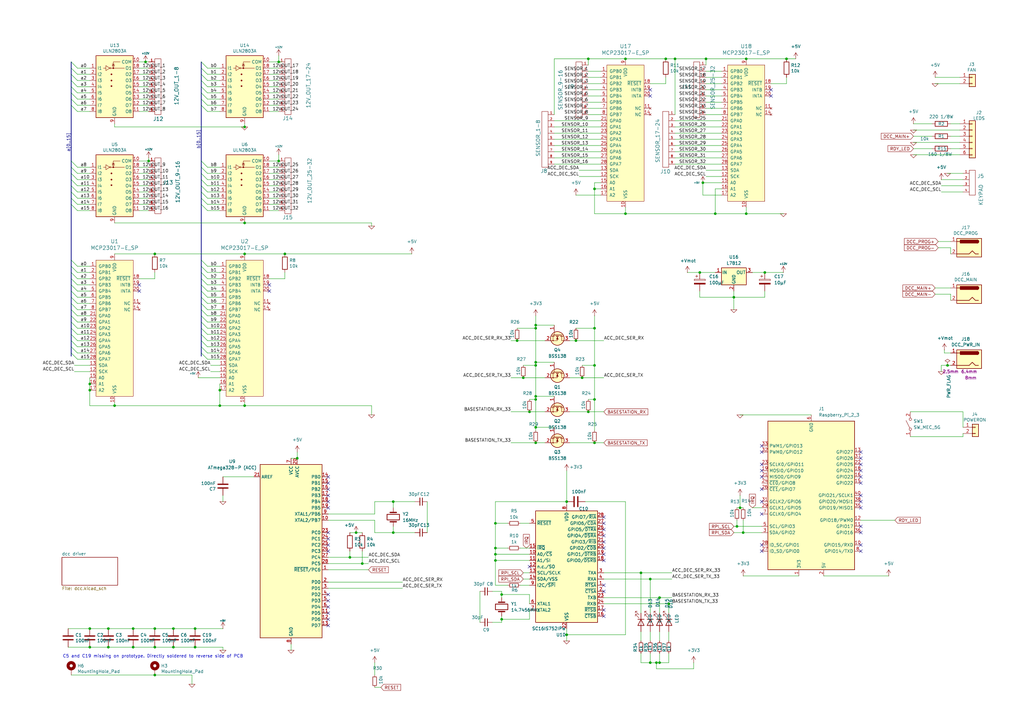
<source format=kicad_sch>
(kicad_sch (version 20231120) (generator "eeschema") (generator_version "8.0")
  (paper "A3")
  (title_block (title "Ray's Railway") (date "2024-03-05") (rev "v2"))
  (junction (at 274.32 247.65))
  (junction (at 303.53 208.28))
  (junction (at 293.37 87.63))
  (junction (at 300.99 121.92))
  (junction (at 203.2 229.87))
  (junction (at 36.83 257.81))
  (junction (at 219.71 163.83))
  (junction (at 288.29 74.93))
  (junction (at 116.84 104.14))
  (junction (at 71.12 265.43))
  (junction (at 238.76 154.94))
  (junction (at 44.45 257.81))
  (junction (at 100.33 52.07))
  (junction (at 306.07 87.63))
  (junction (at 212.09 139.7))
  (junction (at 236.22 139.7))
  (junction (at 114.3 66.04))
  (junction (at 90.17 160.02))
  (junction (at 121.92 187.96))
  (junction (at 146.05 218.44))
  (junction (at 44.45 265.43))
  (junction (at 100.33 91.44))
  (junction (at 269.24 271.78))
  (junction (at 36.83 160.02))
  (junction (at 205.74 254))
  (junction (at 46.99 166.37))
  (junction (at 203.2 214.63))
  (junction (at 161.29 218.44))
  (junction (at 289.56 24.13))
  (junction (at 80.01 265.43))
  (junction (at 313.69 111.76))
  (junction (at 80.01 257.81))
  (junction (at 304.8 218.44))
  (junction (at 287.02 111.76))
  (junction (at 232.41 205.74))
  (junction (at 205.74 243.84))
  (junction (at 100.33 104.14))
  (junction (at 36.83 265.43))
  (junction (at 36.83 157.48))
  (junction (at 276.86 24.13))
  (junction (at 63.5 257.81))
  (junction (at 100.33 166.37))
  (junction (at 273.05 24.13))
  (junction (at 214.63 154.94))
  (junction (at 241.3 24.13))
  (junction (at 219.71 134.62))
  (junction (at 266.7 237.49))
  (junction (at 60.96 66.04))
  (junction (at 90.17 166.37))
  (junction (at 161.29 205.74))
  (junction (at 143.51 228.6))
  (junction (at 256.54 87.63))
  (junction (at 388.62 149.86))
  (junction (at 54.61 265.43))
  (junction (at 243.84 181.61))
  (junction (at 219.71 181.61))
  (junction (at 219.71 162.56))
  (junction (at 219.71 175.26))
  (junction (at 302.26 215.9))
  (junction (at 243.84 77.47))
  (junction (at 219.71 149.86))
  (junction (at 243.84 149.86))
  (junction (at 256.54 24.13))
  (junction (at 63.5 276.86))
  (junction (at 270.51 271.78))
  (junction (at 148.59 231.14))
  (junction (at 232.41 260.35))
  (junction (at 243.84 134.62))
  (junction (at 243.84 163.83))
  (junction (at 262.89 234.95))
  (junction (at 63.5 265.43))
  (junction (at 270.51 245.11))
  (junction (at 322.58 24.13))
  (junction (at 54.61 257.81))
  (junction (at 203.2 227.33))
  (junction (at 219.71 148.59))
  (junction (at 217.17 168.91))
  (junction (at 219.71 133.35))
  (junction (at 241.3 168.91))
  (junction (at 266.7 271.78))
  (junction (at 59.69 25.4))
  (junction (at 63.5 104.14))
  (junction (at 306.07 24.13))
  (junction (at 203.2 224.79))
  (junction (at 114.3 25.4))
  (junction (at 71.12 257.81))
  (no_connect (at 110.49 116.84))
  (no_connect (at 110.49 119.38))
  (no_connect (at 312.42 200.66))
  (no_connect (at 247.65 252.73))
  (no_connect (at 353.06 205.74))
  (no_connect (at 353.06 203.2))
  (no_connect (at 134.62 195.58))
  (no_connect (at 217.17 232.41))
  (no_connect (at 247.65 212.09))
  (no_connect (at 247.65 240.03))
  (no_connect (at 134.62 205.74))
  (no_connect (at 353.06 218.44))
  (no_connect (at 266.7 39.37))
  (no_connect (at 134.62 198.12))
  (no_connect (at 353.06 185.42))
  (no_connect (at 247.65 227.33))
  (no_connect (at 134.62 243.84))
  (no_connect (at 353.06 190.5))
  (no_connect (at 134.62 203.2))
  (no_connect (at 247.65 224.79))
  (no_connect (at 134.62 248.92))
  (no_connect (at 134.62 208.28))
  (no_connect (at 353.06 223.52))
  (no_connect (at 134.62 226.06))
  (no_connect (at 134.62 223.52))
  (no_connect (at 266.7 36.83))
  (no_connect (at 312.42 226.06))
  (no_connect (at 316.23 39.37))
  (no_connect (at 316.23 36.83))
  (no_connect (at 247.65 219.71))
  (no_connect (at 134.62 218.44))
  (no_connect (at 134.62 254))
  (no_connect (at 312.42 195.58))
  (no_connect (at 247.65 242.57))
  (no_connect (at 57.15 119.38))
  (no_connect (at 353.06 198.12))
  (no_connect (at 353.06 215.9))
  (no_connect (at 353.06 208.28))
  (no_connect (at 57.15 116.84))
  (no_connect (at 247.65 229.87))
  (no_connect (at 134.62 200.66))
  (no_connect (at 353.06 187.96))
  (no_connect (at 134.62 256.54))
  (no_connect (at 312.42 205.74))
  (no_connect (at 247.65 214.63))
  (no_connect (at 353.06 195.58))
  (no_connect (at 353.06 226.06))
  (no_connect (at 134.62 251.46))
  (no_connect (at 353.06 193.04))
  (no_connect (at 134.62 220.98))
  (no_connect (at 312.42 185.42))
  (no_connect (at 134.62 246.38))
  (no_connect (at 312.42 223.52))
  (no_connect (at 312.42 193.04))
  (no_connect (at 247.65 222.25))
  (no_connect (at 247.65 217.17))
  (no_connect (at 247.65 250.19))
  (no_connect (at 312.42 182.88))
  (no_connect (at 312.42 190.5))
  (no_connect (at 312.42 210.82))
  (bus_entry (at 82.55 114.3) (size 2.54 2.54))
  (bus_entry (at 29.21 114.3) (size 2.54 2.54))
  (bus_entry (at 82.55 119.38) (size 2.54 2.54))
  (bus_entry (at 82.55 106.68) (size 2.54 2.54))
  (bus_entry (at 82.55 38.1) (size 2.54 2.54))
  (bus_entry (at 29.21 25.4) (size 2.54 2.54))
  (bus_entry (at 82.55 129.54) (size 2.54 2.54))
  (bus_entry (at 29.21 81.28) (size 2.54 2.54))
  (bus_entry (at 29.21 83.82) (size 2.54 2.54))
  (bus_entry (at 29.21 116.84) (size 2.54 2.54))
  (bus_entry (at 82.55 71.12) (size 2.54 2.54))
  (bus_entry (at 29.21 76.2) (size 2.54 2.54))
  (bus_entry (at 29.21 78.74) (size 2.54 2.54))
  (bus_entry (at 29.21 121.92) (size 2.54 2.54))
  (bus_entry (at 29.21 27.94) (size 2.54 2.54))
  (bus_entry (at 82.55 66.04) (size 2.54 2.54))
  (bus_entry (at 29.21 35.56) (size 2.54 2.54))
  (bus_entry (at 29.21 106.68) (size 2.54 2.54))
  (bus_entry (at 82.55 121.92) (size 2.54 2.54))
  (bus_entry (at 82.55 142.24) (size 2.54 2.54))
  (bus_entry (at 82.55 109.22) (size 2.54 2.54))
  (bus_entry (at 82.55 144.78) (size 2.54 2.54))
  (bus_entry (at 29.21 30.48) (size 2.54 2.54))
  (bus_entry (at 82.55 83.82) (size 2.54 2.54))
  (bus_entry (at 82.55 111.76) (size 2.54 2.54))
  (bus_entry (at 29.21 38.1) (size 2.54 2.54))
  (bus_entry (at 82.55 35.56) (size 2.54 2.54))
  (bus_entry (at 82.55 30.48) (size 2.54 2.54))
  (bus_entry (at 29.21 142.24) (size 2.54 2.54))
  (bus_entry (at 82.55 134.62) (size 2.54 2.54))
  (bus_entry (at 82.55 127) (size 2.54 2.54))
  (bus_entry (at 29.21 109.22) (size 2.54 2.54))
  (bus_entry (at 29.21 124.46) (size 2.54 2.54))
  (bus_entry (at 82.55 33.02) (size 2.54 2.54))
  (bus_entry (at 29.21 129.54) (size 2.54 2.54))
  (bus_entry (at 82.55 68.58) (size 2.54 2.54))
  (bus_entry (at 29.21 111.76) (size 2.54 2.54))
  (bus_entry (at 82.55 73.66) (size 2.54 2.54))
  (bus_entry (at 29.21 73.66) (size 2.54 2.54))
  (bus_entry (at 82.55 116.84) (size 2.54 2.54))
  (bus_entry (at 82.55 25.4) (size 2.54 2.54))
  (bus_entry (at 82.55 81.28) (size 2.54 2.54))
  (bus_entry (at 29.21 139.7) (size 2.54 2.54))
  (bus_entry (at 82.55 124.46) (size 2.54 2.54))
  (bus_entry (at 82.55 139.7) (size 2.54 2.54))
  (bus_entry (at 29.21 134.62) (size 2.54 2.54))
  (bus_entry (at 82.55 27.94) (size 2.54 2.54))
  (bus_entry (at 29.21 119.38) (size 2.54 2.54))
  (bus_entry (at 29.21 132.08) (size 2.54 2.54))
  (bus_entry (at 82.55 132.08) (size 2.54 2.54))
  (bus_entry (at 82.55 40.64) (size 2.54 2.54))
  (bus_entry (at 29.21 71.12) (size 2.54 2.54))
  (bus_entry (at 82.55 43.18) (size 2.54 2.54))
  (bus_entry (at 82.55 78.74) (size 2.54 2.54))
  (bus_entry (at 29.21 127) (size 2.54 2.54))
  (bus_entry (at 29.21 137.16) (size 2.54 2.54))
  (bus_entry (at 29.21 40.64) (size 2.54 2.54))
  (bus_entry (at 29.21 43.18) (size 2.54 2.54))
  (bus_entry (at 82.55 76.2) (size 2.54 2.54))
  (bus_entry (at 29.21 68.58) (size 2.54 2.54))
  (bus_entry (at 29.21 66.04) (size 2.54 2.54))
  (bus_entry (at 29.21 33.02) (size 2.54 2.54))
  (bus_entry (at 29.21 144.78) (size 2.54 2.54))
  (bus_entry (at 82.55 137.16) (size 2.54 2.54))
  (wire (pts (xy 217.17 214.63) (xy 213.36 214.63)))
  (wire (pts (xy 121.92 185.42) (xy 121.92 187.96)))
  (wire (pts (xy 219.71 129.54) (xy 219.71 133.35)))
  (wire (pts (xy 100.33 165.1) (xy 100.33 166.37)))
  (wire (pts (xy 274.32 259.08) (xy 274.32 262.89)))
  (wire (pts (xy 119.38 187.96) (xy 121.92 187.96)))
  (wire (pts (xy 110.49 83.82) (xy 114.3 83.82)))
  (wire (pts (xy 284.48 271.78) (xy 284.48 274.32)))
  (wire (pts (xy 300.99 121.92) (xy 300.99 127)))
  (wire (pts (xy 262.89 234.95) (xy 275.59 234.95)))
  (wire (pts (xy 57.15 30.48) (xy 60.96 30.48)))
  (wire (pts (xy 243.84 77.47) (xy 243.84 87.63)))
  (wire (pts (xy 276.86 62.23) (xy 295.91 62.23)))
  (wire (pts (xy 36.83 68.58) (xy 31.75 68.58)))
  (wire (pts (xy 241.3 26.67) (xy 241.3 24.13)))
  (wire (pts (xy 57.15 71.12) (xy 60.96 71.12)))
  (wire (pts (xy 57.15 66.04) (xy 60.96 66.04)))
  (wire (pts (xy 85.09 40.64) (xy 90.17 40.64)))
  (wire (pts (xy 394.97 179.07) (xy 394.97 177.8)))
  (bus (pts (xy 29.21 114.3) (xy 29.21 116.84)))
  (wire (pts (xy 152.4 91.44) (xy 152.4 92.71)))
  (wire (pts (xy 243.84 149.86) (xy 243.84 163.83)))
  (wire (pts (xy 289.56 39.37) (xy 295.91 39.37)))
  (wire (pts (xy 31.75 86.36) (xy 36.83 86.36)))
  (bus (pts (xy 82.55 71.12) (xy 82.55 73.66)))
  (wire (pts (xy 241.3 44.45) (xy 246.38 44.45)))
  (wire (pts (xy 85.09 137.16) (xy 90.17 137.16)))
  (wire (pts (xy 203.2 205.74) (xy 232.41 205.74)))
  (wire (pts (xy 29.21 276.86) (xy 63.5 276.86)))
  (wire (pts (xy 80.01 265.43) (xy 91.44 265.43)))
  (wire (pts (xy 54.61 265.43) (xy 63.5 265.43)))
  (wire (pts (xy 289.56 72.39) (xy 295.91 72.39)))
  (wire (pts (xy 212.09 134.62) (xy 219.71 134.62)))
  (wire (pts (xy 85.09 127) (xy 90.17 127)))
  (wire (pts (xy 110.49 73.66) (xy 114.3 73.66)))
  (wire (pts (xy 110.49 38.1) (xy 114.3 38.1)))
  (wire (pts (xy 110.49 35.56) (xy 114.3 35.56)))
  (bus (pts (xy 29.21 121.92) (xy 29.21 124.46)))
  (wire (pts (xy 289.56 36.83) (xy 295.91 36.83)))
  (wire (pts (xy 389.89 120.65) (xy 389.89 123.19)))
  (bus (pts (xy 82.55 129.54) (xy 82.55 132.08)))
  (wire (pts (xy 303.53 170.18) (xy 332.74 170.18)))
  (wire (pts (xy 31.75 38.1) (xy 36.83 38.1)))
  (wire (pts (xy 276.86 67.31) (xy 295.91 67.31)))
  (wire (pts (xy 209.55 181.61) (xy 219.71 181.61)))
  (wire (pts (xy 116.84 104.14) (xy 168.91 104.14)))
  (wire (pts (xy 203.2 229.87) (xy 203.2 227.33)))
  (wire (pts (xy 80.01 257.81) (xy 91.44 257.81)))
  (wire (pts (xy 203.2 224.79) (xy 203.2 214.63)))
  (wire (pts (xy 227.33 67.31) (xy 246.38 67.31)))
  (bus (pts (xy 29.21 109.22) (xy 29.21 111.76)))
  (wire (pts (xy 304.8 236.22) (xy 327.66 236.22)))
  (wire (pts (xy 85.09 35.56) (xy 90.17 35.56)))
  (bus (pts (xy 29.21 78.74) (xy 29.21 81.28)))
  (bus (pts (xy 29.21 71.12) (xy 29.21 73.66)))
  (wire (pts (xy 148.59 231.14) (xy 151.13 231.14)))
  (wire (pts (xy 276.86 54.61) (xy 295.91 54.61)))
  (bus (pts (xy 82.55 134.62) (xy 82.55 137.16)))
  (wire (pts (xy 394.97 168.91) (xy 394.97 175.26)))
  (wire (pts (xy 57.15 38.1) (xy 60.96 38.1)))
  (wire (pts (xy 300.99 121.92) (xy 313.69 121.92)))
  (bus (pts (xy 82.55 30.48) (xy 82.55 33.02)))
  (wire (pts (xy 233.68 154.94) (xy 238.76 154.94)))
  (bus (pts (xy 29.21 81.28) (xy 29.21 83.82)))
  (wire (pts (xy 237.49 72.39) (xy 246.38 72.39)))
  (wire (pts (xy 134.62 210.82) (xy 153.67 210.82)))
  (wire (pts (xy 276.86 52.07) (xy 295.91 52.07)))
  (wire (pts (xy 241.3 39.37) (xy 246.38 39.37)))
  (wire (pts (xy 289.56 31.75) (xy 295.91 31.75)))
  (bus (pts (xy 29.21 111.76) (xy 29.21 114.3)))
  (wire (pts (xy 322.58 34.29) (xy 322.58 31.75)))
  (wire (pts (xy 237.49 69.85) (xy 246.38 69.85)))
  (bus (pts (xy 82.55 43.18) (xy 82.55 66.04)))
  (wire (pts (xy 110.49 114.3) (xy 116.84 114.3)))
  (wire (pts (xy 85.09 139.7) (xy 90.17 139.7)))
  (wire (pts (xy 293.37 87.63) (xy 306.07 87.63)))
  (wire (pts (xy 238.76 154.94) (xy 247.65 154.94)))
  (wire (pts (xy 27.94 265.43) (xy 36.83 265.43)))
  (bus (pts (xy 29.21 27.94) (xy 29.21 30.48)))
  (wire (pts (xy 57.15 86.36) (xy 60.96 86.36)))
  (wire (pts (xy 90.17 78.74) (xy 85.09 78.74)))
  (wire (pts (xy 276.86 59.69) (xy 295.91 59.69)))
  (wire (pts (xy 134.62 228.6) (xy 143.51 228.6)))
  (wire (pts (xy 300.99 215.9) (xy 302.26 215.9)))
  (wire (pts (xy 246.38 80.01) (xy 236.22 80.01)))
  (bus (pts (xy 82.55 25.4) (xy 82.55 27.94)))
  (wire (pts (xy 153.67 281.94) (xy 156.21 281.94)))
  (wire (pts (xy 393.7 50.8) (xy 389.89 50.8)))
  (bus (pts (xy 82.55 114.3) (xy 82.55 116.84)))
  (bus (pts (xy 29.21 68.58) (xy 29.21 71.12)))
  (wire (pts (xy 227.33 62.23) (xy 246.38 62.23)))
  (wire (pts (xy 219.71 175.26) (xy 227.33 175.26)))
  (wire (pts (xy 57.15 76.2) (xy 60.96 76.2)))
  (wire (pts (xy 85.09 38.1) (xy 90.17 38.1)))
  (wire (pts (xy 30.48 149.86) (xy 36.83 149.86)))
  (bus (pts (xy 82.55 132.08) (xy 82.55 134.62)))
  (wire (pts (xy 110.49 78.74) (xy 114.3 78.74)))
  (wire (pts (xy 302.26 208.28) (xy 303.53 208.28)))
  (wire (pts (xy 90.17 154.94) (xy 81.28 154.94)))
  (wire (pts (xy 134.62 231.14) (xy 148.59 231.14)))
  (wire (pts (xy 302.26 215.9) (xy 312.42 215.9)))
  (bus (pts (xy 29.21 73.66) (xy 29.21 76.2)))
  (wire (pts (xy 241.3 31.75) (xy 246.38 31.75)))
  (wire (pts (xy 153.67 218.44) (xy 161.29 218.44)))
  (wire (pts (xy 262.89 259.08) (xy 262.89 262.89)))
  (wire (pts (xy 100.33 50.8) (xy 100.33 52.07)))
  (wire (pts (xy 57.15 25.4) (xy 59.69 25.4)))
  (wire (pts (xy 217.17 250.19) (xy 217.17 254)))
  (wire (pts (xy 31.75 114.3) (xy 36.83 114.3)))
  (bus (pts (xy 29.21 127) (xy 29.21 129.54)))
  (wire (pts (xy 256.54 87.63) (xy 293.37 87.63)))
  (wire (pts (xy 31.75 147.32) (xy 36.83 147.32)))
  (wire (pts (xy 85.09 144.78) (xy 90.17 144.78)))
  (wire (pts (xy 217.17 243.84) (xy 205.74 243.84)))
  (bus (pts (xy 82.55 142.24) (xy 82.55 144.78)))
  (wire (pts (xy 313.69 121.92) (xy 313.69 119.38)))
  (wire (pts (xy 270.51 245.11) (xy 275.59 245.11)))
  (wire (pts (xy 63.5 276.86) (xy 78.74 276.86)))
  (bus (pts (xy 82.55 73.66) (xy 82.55 76.2)))
  (wire (pts (xy 205.74 252.73) (xy 205.74 254)))
  (wire (pts (xy 287.02 119.38) (xy 287.02 121.92)))
  (wire (pts (xy 205.74 255.27) (xy 201.93 255.27)))
  (wire (pts (xy 153.67 271.78) (xy 153.67 276.86)))
  (wire (pts (xy 31.75 83.82) (xy 36.83 83.82)))
  (wire (pts (xy 57.15 114.3) (xy 63.5 114.3)))
  (wire (pts (xy 241.3 24.13) (xy 256.54 24.13)))
  (bus (pts (xy 29.21 106.68) (xy 29.21 109.22)))
  (wire (pts (xy 281.94 111.76) (xy 287.02 111.76)))
  (wire (pts (xy 85.09 111.76) (xy 90.17 111.76)))
  (bus (pts (xy 29.21 142.24) (xy 29.21 144.78)))
  (wire (pts (xy 36.83 257.81) (xy 44.45 257.81)))
  (wire (pts (xy 241.3 41.91) (xy 246.38 41.91)))
  (wire (pts (xy 31.75 27.94) (xy 36.83 27.94)))
  (wire (pts (xy 236.22 134.62) (xy 243.84 134.62)))
  (wire (pts (xy 161.29 205.74) (xy 170.18 205.74)))
  (wire (pts (xy 86.36 152.4) (xy 90.17 152.4)))
  (wire (pts (xy 382.27 50.8) (xy 374.65 50.8)))
  (wire (pts (xy 274.32 247.65) (xy 275.59 247.65)))
  (wire (pts (xy 85.09 45.72) (xy 90.17 45.72)))
  (bus (pts (xy 82.55 106.68) (xy 82.55 109.22)))
  (bus (pts (xy 29.21 38.1) (xy 29.21 40.64)))
  (bus (pts (xy 29.21 40.64) (xy 29.21 43.18)))
  (bus (pts (xy 82.55 144.78) (xy 82.55 146.05)))
  (wire (pts (xy 36.83 160.02) (xy 36.83 166.37)))
  (wire (pts (xy 153.67 205.74) (xy 161.29 205.74)))
  (wire (pts (xy 31.75 33.02) (xy 36.83 33.02)))
  (wire (pts (xy 57.15 43.18) (xy 60.96 43.18)))
  (bus (pts (xy 82.55 40.64) (xy 82.55 43.18)))
  (wire (pts (xy 247.65 237.49) (xy 266.7 237.49)))
  (wire (pts (xy 276.86 64.77) (xy 295.91 64.77)))
  (wire (pts (xy 243.84 87.63) (xy 256.54 87.63)))
  (wire (pts (xy 219.71 133.35) (xy 219.71 134.62)))
  (wire (pts (xy 85.09 86.36) (xy 90.17 86.36)))
  (wire (pts (xy 31.75 111.76) (xy 36.83 111.76)))
  (wire (pts (xy 243.84 134.62) (xy 243.84 149.86)))
  (wire (pts (xy 31.75 40.64) (xy 36.83 40.64)))
  (wire (pts (xy 85.09 73.66) (xy 90.17 73.66)))
  (bus (pts (xy 29.21 144.78) (xy 29.21 146.05)))
  (wire (pts (xy 90.17 157.48) (xy 90.17 160.02)))
  (wire (pts (xy 393.7 58.42) (xy 374.65 58.42)))
  (wire (pts (xy 110.49 71.12) (xy 114.3 71.12)))
  (wire (pts (xy 266.7 237.49) (xy 275.59 237.49)))
  (wire (pts (xy 232.41 257.81) (xy 232.41 260.35)))
  (wire (pts (xy 217.17 229.87) (xy 203.2 229.87)))
  (wire (pts (xy 247.65 247.65) (xy 274.32 247.65)))
  (wire (pts (xy 241.3 34.29) (xy 246.38 34.29)))
  (wire (pts (xy 213.36 224.79) (xy 217.17 224.79)))
  (wire (pts (xy 273.05 34.29) (xy 273.05 31.75)))
  (wire (pts (xy 134.62 238.76) (xy 165.1 238.76)))
  (wire (pts (xy 243.84 74.93) (xy 243.84 77.47)))
  (wire (pts (xy 384.81 101.6) (xy 389.89 101.6)))
  (wire (pts (xy 289.56 69.85) (xy 295.91 69.85)))
  (wire (pts (xy 219.71 181.61) (xy 223.52 181.61)))
  (wire (pts (xy 110.49 66.04) (xy 114.3 66.04)))
  (wire (pts (xy 389.89 101.6) (xy 389.89 104.14)))
  (wire (pts (xy 247.65 245.11) (xy 270.51 245.11)))
  (wire (pts (xy 295.91 80.01) (xy 288.29 80.01)))
  (wire (pts (xy 233.68 139.7) (xy 236.22 139.7)))
  (wire (pts (xy 227.33 52.07) (xy 246.38 52.07)))
  (wire (pts (xy 389.89 55.88) (xy 393.7 55.88)))
  (wire (pts (xy 31.75 121.92) (xy 36.83 121.92)))
  (wire (pts (xy 303.53 203.2) (xy 303.53 208.28)))
  (wire (pts (xy 274.32 247.65) (xy 274.32 251.46)))
  (wire (pts (xy 266.7 271.78) (xy 269.24 271.78)))
  (wire (pts (xy 387.35 144.78) (xy 389.89 144.78)))
  (bus (pts (xy 82.55 83.82) (xy 82.55 106.68)))
  (wire (pts (xy 57.15 83.82) (xy 60.96 83.82)))
  (wire (pts (xy 110.49 45.72) (xy 114.3 45.72)))
  (wire (pts (xy 270.51 271.78) (xy 274.32 271.78)))
  (wire (pts (xy 57.15 81.28) (xy 60.96 81.28)))
  (wire (pts (xy 219.71 149.86) (xy 219.71 162.56)))
  (wire (pts (xy 36.83 265.43) (xy 44.45 265.43)))
  (wire (pts (xy 90.17 166.37) (xy 100.33 166.37)))
  (wire (pts (xy 46.99 91.44) (xy 100.33 91.44)))
  (wire (pts (xy 85.09 27.94) (xy 90.17 27.94)))
  (wire (pts (xy 31.75 71.12) (xy 36.83 71.12)))
  (wire (pts (xy 110.49 68.58) (xy 114.3 68.58)))
  (wire (pts (xy 31.75 139.7) (xy 36.83 139.7)))
  (wire (pts (xy 214.63 149.86) (xy 219.71 149.86)))
  (bus (pts (xy 82.55 68.58) (xy 82.55 71.12)))
  (wire (pts (xy 110.49 33.02) (xy 114.3 33.02)))
  (wire (pts (xy 276.86 46.99) (xy 276.86 24.13)))
  (wire (pts (xy 266.7 34.29) (xy 273.05 34.29)))
  (wire (pts (xy 243.84 74.93) (xy 246.38 74.93)))
  (wire (pts (xy 217.17 168.91) (xy 223.52 168.91)))
  (wire (pts (xy 214.63 154.94) (xy 223.52 154.94)))
  (wire (pts (xy 227.33 46.99) (xy 227.33 24.13)))
  (wire (pts (xy 31.75 73.66) (xy 36.83 73.66)))
  (bus (pts (xy 29.21 129.54) (xy 29.21 132.08)))
  (wire (pts (xy 269.24 271.78) (xy 269.24 274.32)))
  (bus (pts (xy 82.55 27.94) (xy 82.55 30.48)))
  (wire (pts (xy 114.3 66.04) (xy 114.3 63.5)))
  (wire (pts (xy 27.94 257.81) (xy 36.83 257.81)))
  (bus (pts (xy 82.55 111.76) (xy 82.55 114.3)))
  (wire (pts (xy 36.83 157.48) (xy 36.83 160.02)))
  (bus (pts (xy 82.55 76.2) (xy 82.55 78.74)))
  (wire (pts (xy 256.54 205.74) (xy 256.54 260.35)))
  (wire (pts (xy 85.09 76.2) (xy 90.17 76.2)))
  (wire (pts (xy 85.09 83.82) (xy 90.17 83.82)))
  (wire (pts (xy 212.09 139.7) (xy 223.52 139.7)))
  (wire (pts (xy 114.3 22.86) (xy 114.3 25.4)))
  (wire (pts (xy 394.97 71.12) (xy 388.62 71.12)))
  (bus (pts (xy 29.21 134.62) (xy 29.21 137.16)))
  (wire (pts (xy 85.09 132.08) (xy 90.17 132.08)))
  (wire (pts (xy 57.15 40.64) (xy 60.96 40.64)))
  (wire (pts (xy 85.09 142.24) (xy 90.17 142.24)))
  (wire (pts (xy 119.38 264.16) (xy 119.38 266.7)))
  (wire (pts (xy 203.2 240.03) (xy 203.2 229.87)))
  (wire (pts (xy 382.27 60.96) (xy 374.65 60.96)))
  (bus (pts (xy 29.21 30.48) (xy 29.21 33.02)))
  (wire (pts (xy 232.41 193.04) (xy 232.41 205.74)))
  (wire (pts (xy 393.7 63.5) (xy 374.65 63.5)))
  (wire (pts (xy 256.54 24.13) (xy 273.05 24.13)))
  (wire (pts (xy 394.97 76.2) (xy 386.08 76.2)))
  (wire (pts (xy 276.86 24.13) (xy 289.56 24.13)))
  (wire (pts (xy 289.56 46.99) (xy 295.91 46.99)))
  (wire (pts (xy 85.09 109.22) (xy 90.17 109.22)))
  (wire (pts (xy 46.99 166.37) (xy 90.17 166.37)))
  (wire (pts (xy 388.62 149.86) (xy 386.08 149.86)))
  (wire (pts (xy 31.75 144.78) (xy 36.83 144.78)))
  (wire (pts (xy 203.2 224.79) (xy 208.28 224.79)))
  (wire (pts (xy 85.09 129.54) (xy 90.17 129.54)))
  (wire (pts (xy 36.83 166.37) (xy 46.99 166.37)))
  (wire (pts (xy 57.15 73.66) (xy 60.96 73.66)))
  (bus (pts (xy 29.21 124.46) (xy 29.21 127)))
  (wire (pts (xy 287.02 121.92) (xy 300.99 121.92)))
  (wire (pts (xy 219.71 163.83) (xy 219.71 175.26)))
  (wire (pts (xy 85.09 33.02) (xy 90.17 33.02)))
  (wire (pts (xy 209.55 139.7) (xy 212.09 139.7)))
  (wire (pts (xy 247.65 234.95) (xy 262.89 234.95)))
  (wire (pts (xy 295.91 77.47) (xy 293.37 77.47)))
  (wire (pts (xy 308.61 111.76) (xy 313.69 111.76)))
  (bus (pts (xy 82.55 116.84) (xy 82.55 119.38)))
  (bus (pts (xy 29.21 43.18) (xy 29.21 66.04)))
  (wire (pts (xy 316.23 34.29) (xy 322.58 34.29)))
  (wire (pts (xy 85.09 43.18) (xy 90.17 43.18)))
  (bus (pts (xy 29.21 25.4) (xy 29.21 27.94)))
  (wire (pts (xy 353.06 213.36) (xy 367.03 213.36)))
  (wire (pts (xy 289.56 41.91) (xy 295.91 41.91)))
  (wire (pts (xy 31.75 129.54) (xy 36.83 129.54)))
  (wire (pts (xy 337.82 236.22) (xy 364.49 236.22)))
  (wire (pts (xy 383.54 31.75) (xy 393.7 31.75)))
  (wire (pts (xy 270.51 259.08) (xy 270.51 262.89)))
  (wire (pts (xy 219.71 175.26) (xy 219.71 176.53)))
  (bus (pts (xy 82.55 121.92) (xy 82.55 124.46)))
  (wire (pts (xy 134.62 241.3) (xy 165.1 241.3)))
  (wire (pts (xy 46.99 104.14) (xy 63.5 104.14)))
  (wire (pts (xy 44.45 257.81) (xy 54.61 257.81)))
  (wire (pts (xy 85.09 124.46) (xy 90.17 124.46)))
  (wire (pts (xy 36.83 154.94) (xy 36.83 157.48)))
  (wire (pts (xy 227.33 57.15) (xy 246.38 57.15)))
  (wire (pts (xy 393.7 60.96) (xy 389.89 60.96)))
  (wire (pts (xy 236.22 139.7) (xy 247.65 139.7)))
  (wire (pts (xy 110.49 27.94) (xy 114.3 27.94)))
  (wire (pts (xy 302.26 213.36) (xy 302.26 215.9)))
  (wire (pts (xy 273.05 24.13) (xy 276.86 24.13)))
  (wire (pts (xy 227.33 54.61) (xy 246.38 54.61)))
  (wire (pts (xy 243.84 163.83) (xy 243.84 176.53)))
  (wire (pts (xy 217.17 247.65) (xy 217.17 243.84)))
  (wire (pts (xy 110.49 81.28) (xy 114.3 81.28)))
  (wire (pts (xy 274.32 271.78) (xy 274.32 267.97)))
  (wire (pts (xy 227.33 24.13) (xy 241.3 24.13)))
  (wire (pts (xy 85.09 134.62) (xy 90.17 134.62)))
  (wire (pts (xy 85.09 30.48) (xy 90.17 30.48)))
  (wire (pts (xy 31.75 124.46) (xy 36.83 124.46)))
  (wire (pts (xy 256.54 260.35) (xy 232.41 260.35)))
  (wire (pts (xy 373.38 168.91) (xy 394.97 168.91)))
  (wire (pts (xy 227.33 59.69) (xy 246.38 59.69)))
  (wire (pts (xy 266.7 267.97) (xy 266.7 271.78)))
  (wire (pts (xy 161.29 218.44) (xy 170.18 218.44)))
  (wire (pts (xy 289.56 29.21) (xy 295.91 29.21)))
  (wire (pts (xy 57.15 27.94) (xy 60.96 27.94)))
  (wire (pts (xy 31.75 30.48) (xy 36.83 30.48)))
  (wire (pts (xy 276.86 49.53) (xy 295.91 49.53)))
  (wire (pts (xy 100.33 104.14) (xy 116.84 104.14)))
  (wire (pts (xy 227.33 64.77) (xy 246.38 64.77)))
  (wire (pts (xy 374.65 55.88) (xy 382.27 55.88)))
  (bus (pts (xy 29.21 132.08) (xy 29.21 134.62)))
  (wire (pts (xy 86.36 149.86) (xy 90.17 149.86)))
  (bus (pts (xy 82.55 119.38) (xy 82.55 121.92)))
  (wire (pts (xy 31.75 109.22) (xy 36.83 109.22)))
  (wire (pts (xy 85.09 71.12) (xy 90.17 71.12)))
  (wire (pts (xy 31.75 127) (xy 36.83 127)))
  (wire (pts (xy 110.49 40.64) (xy 114.3 40.64)))
  (wire (pts (xy 116.84 114.3) (xy 116.84 111.76)))
  (bus (pts (xy 82.55 81.28) (xy 82.55 83.82)))
  (wire (pts (xy 243.84 129.54) (xy 243.84 134.62)))
  (bus (pts (xy 29.21 116.84) (xy 29.21 119.38)))
  (wire (pts (xy 31.75 76.2) (xy 36.83 76.2)))
  (wire (pts (xy 389.89 99.06) (xy 384.81 99.06)))
  (wire (pts (xy 175.26 205.74) (xy 175.26 218.44)))
  (wire (pts (xy 308.61 208.28) (xy 312.42 208.28)))
  (wire (pts (xy 389.89 118.11) (xy 383.54 118.11)))
  (bus (pts (xy 82.55 137.16) (xy 82.55 139.7)))
  (wire (pts (xy 46.99 165.1) (xy 46.99 166.37)))
  (wire (pts (xy 393.7 53.34) (xy 374.65 53.34)))
  (wire (pts (xy 161.29 205.74) (xy 161.29 208.28)))
  (wire (pts (xy 394.97 73.66) (xy 386.08 73.66)))
  (wire (pts (xy 196.85 255.27) (xy 196.85 242.57)))
  (wire (pts (xy 153.67 213.36) (xy 153.67 218.44)))
  (wire (pts (xy 394.97 78.74) (xy 386.08 78.74)))
  (wire (pts (xy 217.17 240.03) (xy 213.36 240.03)))
  (wire (pts (xy 232.41 260.35) (xy 232.41 262.89)))
  (bus (pts (xy 29.21 76.2) (xy 29.21 78.74)))
  (wire (pts (xy 232.41 207.01) (xy 232.41 205.74)))
  (wire (pts (xy 266.7 259.08) (xy 266.7 262.89)))
  (wire (pts (xy 85.09 116.84) (xy 90.17 116.84)))
  (wire (pts (xy 304.8 213.36) (xy 304.8 218.44)))
  (wire (pts (xy 303.53 208.28) (xy 304.8 208.28)))
  (wire (pts (xy 217.17 254) (xy 205.74 254)))
  (wire (pts (xy 57.15 35.56) (xy 60.96 35.56)))
  (wire (pts (xy 208.28 240.03) (xy 203.2 240.03)))
  (wire (pts (xy 219.71 162.56) (xy 227.33 162.56)))
  (wire (pts (xy 219.71 148.59) (xy 227.33 148.59)))
  (wire (pts (xy 91.44 203.2) (xy 91.44 205.74)))
  (wire (pts (xy 63.5 265.43) (xy 71.12 265.43)))
  (wire (pts (xy 63.5 257.81) (xy 71.12 257.81)))
  (wire (pts (xy 219.71 134.62) (xy 219.71 148.59)))
  (wire (pts (xy 85.09 119.38) (xy 90.17 119.38)))
  (wire (pts (xy 233.68 168.91) (xy 241.3 168.91)))
  (wire (pts (xy 306.07 87.63) (xy 321.31 87.63)))
  (wire (pts (xy 71.12 265.43) (xy 80.01 265.43)))
  (wire (pts (xy 85.09 114.3) (xy 90.17 114.3)))
  (wire (pts (xy 110.49 76.2) (xy 114.3 76.2)))
  (wire (pts (xy 110.49 86.36) (xy 114.3 86.36)))
  (wire (pts (xy 36.83 78.74) (xy 31.75 78.74)))
  (wire (pts (xy 287.02 111.76) (xy 293.37 111.76)))
  (wire (pts (xy 31.75 132.08) (xy 36.83 132.08)))
  (wire (pts (xy 31.75 81.28) (xy 36.83 81.28)))
  (wire (pts (xy 217.17 237.49) (xy 214.63 237.49)))
  (wire (pts (xy 304.8 218.44) (xy 312.42 218.44)))
  (wire (pts (xy 217.17 163.83) (xy 219.71 163.83)))
  (wire (pts (xy 31.75 137.16) (xy 36.83 137.16)))
  (wire (pts (xy 85.09 147.32) (xy 90.17 147.32)))
  (wire (pts (xy 269.24 274.32) (xy 284.48 274.32)))
  (wire (pts (xy 205.74 242.57) (xy 201.93 242.57)))
  (wire (pts (xy 300.99 218.44) (xy 304.8 218.44)))
  (bus (pts (xy 29.21 139.7) (xy 29.21 142.24)))
  (wire (pts (xy 246.38 77.47) (xy 243.84 77.47)))
  (wire (pts (xy 71.12 257.81) (xy 80.01 257.81)))
  (wire (pts (xy 300.99 119.38) (xy 300.99 121.92)))
  (wire (pts (xy 59.69 25.4) (xy 60.96 25.4)))
  (wire (pts (xy 295.91 74.93) (xy 288.29 74.93)))
  (wire (pts (xy 85.09 81.28) (xy 90.17 81.28)))
  (wire (pts (xy 205.74 254) (xy 205.74 255.27)))
  (wire (pts (xy 46.99 52.07) (xy 100.33 52.07)))
  (wire (pts (xy 54.61 257.81) (xy 63.5 257.81)))
  (wire (pts (xy 31.75 35.56) (xy 36.83 35.56)))
  (wire (pts (xy 134.62 213.36) (xy 153.67 213.36)))
  (wire (pts (xy 31.75 134.62) (xy 36.83 134.62)))
  (bus (pts (xy 82.55 35.56) (xy 82.55 38.1)))
  (wire (pts (xy 219.71 162.56) (xy 219.71 163.83)))
  (wire (pts (xy 31.75 45.72) (xy 36.83 45.72)))
  (bus (pts (xy 82.55 66.04) (xy 82.55 68.58)))
  (wire (pts (xy 143.51 228.6) (xy 151.13 228.6)))
  (wire (pts (xy 100.33 91.44) (xy 152.4 91.44)))
  (wire (pts (xy 289.56 44.45) (xy 295.91 44.45)))
  (bus (pts (xy 29.21 83.82) (xy 29.21 106.68)))
  (wire (pts (xy 373.38 179.07) (xy 394.97 179.07)))
  (wire (pts (xy 322.58 24.13) (xy 326.39 24.13)))
  (bus (pts (xy 29.21 119.38) (xy 29.21 121.92)))
  (wire (pts (xy 276.86 57.15) (xy 295.91 57.15)))
  (wire (pts (xy 208.28 214.63) (xy 203.2 214.63)))
  (wire (pts (xy 313.69 111.76) (xy 321.31 111.76)))
  (wire (pts (xy 270.51 245.11) (xy 270.51 251.46)))
  (bus (pts (xy 29.21 35.56) (xy 29.21 38.1)))
  (wire (pts (xy 91.44 195.58) (xy 104.14 195.58)))
  (wire (pts (xy 241.3 163.83) (xy 243.84 163.83)))
  (wire (pts (xy 243.84 181.61) (xy 247.65 181.61)))
  (wire (pts (xy 110.49 30.48) (xy 114.3 30.48)))
  (wire (pts (xy 203.2 227.33) (xy 203.2 224.79)))
  (wire (pts (xy 146.05 218.44) (xy 148.59 218.44)))
  (wire (pts (xy 289.56 26.67) (xy 289.56 24.13)))
  (wire (pts (xy 31.75 116.84) (xy 36.83 116.84)))
  (bus (pts (xy 29.21 137.16) (xy 29.21 139.7)))
  (wire (pts (xy 203.2 214.63) (xy 203.2 205.74)))
  (wire (pts (xy 57.15 78.74) (xy 60.96 78.74)))
  (wire (pts (xy 31.75 119.38) (xy 36.83 119.38)))
  (wire (pts (xy 386.08 149.86) (xy 386.08 152.4)))
  (wire (pts (xy 389.89 149.86) (xy 388.62 149.86)))
  (wire (pts (xy 233.68 181.61) (xy 243.84 181.61)))
  (wire (pts (xy 241.3 29.21) (xy 246.38 29.21)))
  (wire (pts (xy 161.29 215.9) (xy 161.29 218.44)))
  (wire (pts (xy 241.3 36.83) (xy 246.38 36.83)))
  (wire (pts (xy 241.3 46.99) (xy 246.38 46.99)))
  (wire (pts (xy 30.48 152.4) (xy 36.83 152.4)))
  (wire (pts (xy 262.89 271.78) (xy 266.7 271.78)))
  (wire (pts (xy 143.51 218.44) (xy 146.05 218.44)))
  (wire (pts (xy 238.76 149.86) (xy 243.84 149.86)))
  (wire (pts (xy 217.17 234.95) (xy 214.63 234.95)))
  (wire (pts (xy 100.33 166.37) (xy 152.4 166.37)))
  (wire (pts (xy 90.17 68.58) (xy 85.09 68.58)))
  (wire (pts (xy 266.7 237.49) (xy 266.7 251.46)))
  (bus (pts (xy 82.55 124.46) (xy 82.55 127)))
  (wire (pts (xy 383.54 120.65) (xy 389.89 120.65)))
  (wire (pts (xy 57.15 33.02) (xy 60.96 33.02)))
  (wire (pts (xy 241.3 168.91) (xy 247.65 168.91)))
  (wire (pts (xy 44.45 265.43) (xy 54.61 265.43)))
  (wire (pts (xy 289.56 24.13) (xy 306.07 24.13)))
  (wire (pts (xy 60.96 66.04) (xy 60.96 64.77)))
  (wire (pts (xy 240.03 205.74) (xy 256.54 205.74)))
  (bus (pts (xy 82.55 78.74) (xy 82.55 81.28)))
  (wire (pts (xy 387.35 143.51) (xy 387.35 144.78)))
  (wire (pts (xy 110.49 43.18) (xy 114.3 43.18)))
  (wire (pts (xy 262.89 267.97) (xy 262.89 271.78)))
  (wire (pts (xy 110.49 25.4) (xy 114.3 25.4)))
  (wire (pts (xy 85.09 121.92) (xy 90.17 121.92)))
  (wire (pts (xy 227.33 49.53) (xy 246.38 49.53)))
  (wire (pts (xy 289.56 34.29) (xy 295.91 34.29)))
  (wire (pts (xy 293.37 77.47) (xy 293.37 87.63)))
  (wire (pts (xy 270.51 267.97) (xy 270.51 271.78)))
  (wire (pts (xy 306.07 24.13) (xy 322.58 24.13)))
  (wire (pts (xy 269.24 271.78) (xy 270.51 271.78)))
  (wire (pts (xy 31.75 43.18) (xy 36.83 43.18)))
  (wire (pts (xy 288.29 80.01) (xy 288.29 74.93)))
  (wire (pts (xy 383.54 34.29) (xy 393.7 34.29)))
  (bus (pts (xy 82.55 139.7) (xy 82.55 142.24)))
  (wire (pts (xy 134.62 233.68) (xy 151.13 233.68)))
  (wire (pts (xy 217.17 227.33) (xy 203.2 227.33)))
  (bus (pts (xy 82.55 109.22) (xy 82.55 111.76)))
  (wire (pts (xy 78.74 276.86) (xy 78.74 280.67)))
  (wire (pts (xy 209.55 154.94) (xy 214.63 154.94)))
  (wire (pts (xy 90.17 160.02) (xy 90.17 166.37)))
  (wire (pts (xy 262.89 251.46) (xy 262.89 234.95)))
  (wire (pts (xy 115.57 25.4) (xy 114.3 25.4)))
  (wire (pts (xy 306.07 85.09) (xy 306.07 87.63)))
  (bus (pts (xy 82.55 38.1) (xy 82.55 40.64)))
  (wire (pts (xy 46.99 50.8) (xy 46.99 52.07)))
  (wire (pts (xy 57.15 68.58) (xy 60.96 68.58)))
  (bus (pts (xy 29.21 33.02) (xy 29.21 35.56)))
  (wire (pts (xy 148.59 226.06) (xy 148.59 231.14)))
  (bus (pts (xy 29.21 66.04) (xy 29.21 68.58)))
  (bus (pts (xy 82.55 127) (xy 82.55 129.54)))
  (wire (pts (xy 63.5 114.3) (xy 63.5 111.76)))
  (wire (pts (xy 219.71 148.59) (xy 219.71 149.86)))
  (wire (pts (xy 205.74 245.11) (xy 205.74 243.84)))
  (wire (pts (xy 143.51 226.06) (xy 143.51 228.6)))
  (wire (pts (xy 209.55 168.91) (xy 217.17 168.91)))
  (wire (pts (xy 91.44 265.43) (xy 91.44 266.7)))
  (wire (pts (xy 63.5 104.14) (xy 100.33 104.14)))
  (wire (pts (xy 219.71 133.35) (xy 227.33 133.35)))
  (wire (pts (xy 57.15 45.72) (xy 60.96 45.72)))
  (wire (pts (xy 256.54 85.09) (xy 256.54 87.63)))
  (wire (pts (xy 152.4 170.18) (xy 152.4 166.37)))
  (wire (pts (xy 153.67 210.82) (xy 153.67 205.74)))
  (bus (pts (xy 82.55 33.02) (xy 82.55 35.56)))
  (wire (pts (xy 31.75 142.24) (xy 36.83 142.24)))
  (wire (pts (xy 205.74 243.84) (xy 205.74 242.57)))
  (text "C5 and C19 missing on prototype. Directly soldered to reverse side of PCB" (at 62.738 269.24 0) (effects (font (size 1.27 1.27))))
  (label "ACC_DEC_SDA" (at 289.56 69.85 180))
  (label "SENSOR_12" (at 241.3 57.15 180))
  (label "12VOUT_24" (at 111.76 45.72 0))
  (label "b0" (at 86.36 109.22 0))
  (label "SENSOR_3" (at 241.3 34.29 180))
  (label "12VOUT_2" (at 58.42 30.48 0))
  (label "12VOUT_10" (at 58.42 71.12 0))
  (label "a7" (at 33.02 45.72 0))
  (label "a9" (at 33.02 71.12 0))
  (label "b5" (at 86.36 40.64 0))
  (label "a14" (at 33.02 144.78 0))
  (label "SENSOR_30" (at 289.56 62.23 180))
  (label "SENSOR_11" (at 241.3 54.61 180))
  (label "a8" (at 33.02 68.58 0))
  (label "SENSOR_7" (at 241.3 44.45 180))
  (label "ACC_DEC_SDA" (at 386.08 76.2 180))
  (label "b10" (at 86.36 73.66 0))
  (label "b7" (at 86.36 45.72 0))
  (label "ACC_DEC_SER_TX" (at 247.65 154.94 0))
  (label "b12" (at 86.36 139.7 0))
  (label "a14" (at 33.02 83.82 0))
  (label "a5" (at 33.02 40.64 0))
  (label "a9" (at 33.02 132.08 0))
  (label "SENSOR_14" (at 241.3 62.23 180))
  (label "SENSOR_26" (at 289.56 52.07 180))
  (label "b15" (at 86.36 147.32 0))
  (label "b4" (at 86.36 119.38 0))
  (label "ACC_DEC_SDA" (at 86.36 149.86 180))
  (label "ACC_DEC_SDA" (at 237.49 69.85 180))
  (label "12VOUT_7" (at 58.42 43.18 0))
  (label "SENSOR_15" (at 241.3 64.77 180))
  (label "12VOUT_26" (at 111.76 71.12 0))
  (label "b5" (at 86.36 121.92 0))
  (label "SENSOR_17" (at 289.56 29.21 180))
  (label "b13" (at 86.36 142.24 0))
  (label "b11" (at 86.36 137.16 0))
  (label "a5" (at 33.02 121.92 0))
  (label "SENSOR_9" (at 241.3 49.53 180))
  (label "SENSOR_29" (at 289.56 59.69 180))
  (label "SENSOR_24" (at 289.56 46.99 180))
  (label "b2" (at 86.36 33.02 0))
  (label "SENSOR_5" (at 241.3 39.37 180))
  (label "ACC_DEC_SDA" (at 30.48 149.86 180))
  (label "a[0..15]" (at 29.21 62.23 90))
  (label "ACC_DEC_SER_TX_33" (at 209.55 154.94 180))
  (label "BASESTATION_TX_33" (at 209.55 181.61 180))
  (label "b10" (at 86.36 134.62 0))
  (label "SENSOR_28" (at 289.56 57.15 180))
  (label "b14" (at 86.36 144.78 0))
  (label "12VOUT_6" (at 58.42 40.64 0))
  (label "12VOUT_30" (at 111.76 81.28 0))
  (label "12VOUT_13" (at 58.42 78.74 0))
  (label "b9" (at 86.36 132.08 0))
  (label "a15" (at 33.02 86.36 0))
  (label "b[0..15]" (at 82.55 60.96 90))
  (label "a10" (at 33.02 73.66 0))
  (label "SENSOR_10" (at 241.3 52.07 180))
  (label "SENSOR_2" (at 241.3 31.75 180))
  (label "ACC_DEC_SER_RX" (at 247.65 139.7 0))
  (label "ACC_DEC_SCL" (at 289.56 72.39 180))
  (label "12VOUT_20" (at 111.76 35.56 0))
  (label "ACC_DEC_SCL" (at 386.08 78.74 180))
  (label "12VOUT_14" (at 58.42 81.28 0))
  (label "12VOUT_12" (at 58.42 76.2 0))
  (label "a13" (at 33.02 142.24 0))
  (label "ACC_DEC_SER_RX" (at 165.1 238.76 0))
  (label "12VOUT_15" (at 58.42 83.82 0))
  (label "SENSOR_21" (at 289.56 39.37 180))
  (label "ACC_DEC_SER_RX_33" (at 275.59 234.95 0))
  (label "b0" (at 86.36 27.94 0))
  (label "a11" (at 33.02 137.16 0))
  (label "12VOUT_17" (at 111.76 27.94 0))
  (label "b9" (at 86.36 71.12 0))
  (label "BASESTATION_TX_33" (at 275.59 247.65 0))
  (label "ACC_DEC_SCL" (at 30.48 152.4 180))
  (label "SENSOR_22" (at 289.56 41.91 180))
  (label "a12" (at 33.02 139.7 0))
  (label "a11" (at 33.02 76.2 0))
  (label "12VOUT_4" (at 58.42 35.56 0))
  (label "b3" (at 86.36 35.56 0))
  (label "12VOUT_5" (at 58.42 38.1 0))
  (label "SENSOR_8" (at 241.3 46.99 180))
  (label "a15" (at 33.02 147.32 0))
  (label "a6" (at 33.02 43.18 0))
  (label "ACC_DEC_SER_RX_33" (at 209.55 139.7 180))
  (label "a3" (at 33.02 116.84 0))
  (label "SENSOR_13" (at 241.3 59.69 180))
  (label "b14" (at 86.36 83.82 0))
  (label "SENSOR_23" (at 289.56 44.45 180))
  (label "b6" (at 86.36 124.46 0))
  (label "a13" (at 33.02 81.28 0))
  (label "12VOUT_18" (at 111.76 30.48 0))
  (label "BASESTATION_RX_33" (at 275.59 245.11 0))
  (label "a7" (at 33.02 127 0))
  (label "12VOUT_25" (at 111.76 68.58 0))
  (label "a0" (at 33.02 27.94 0))
  (label "a1" (at 33.02 30.48 0))
  (label "b11" (at 86.36 76.2 0))
  (label "12VOUT_32" (at 111.76 86.36 0))
  (label "SENSOR_19" (at 289.56 34.29 180))
  (label "12VOUT_11" (at 58.42 73.66 0))
  (label "ACC_DEC_SER_TX_33" (at 275.59 237.49 0))
  (label "BASESTATION_RX_33" (at 209.55 168.91 180))
  (label "b6" (at 86.36 43.18 0))
  (label "SENSOR_4" (at 241.3 36.83 180))
  (label "b7" (at 86.36 127 0))
  (label "12VOUT_16" (at 58.42 86.36 0))
  (label "SENSOR_25" (at 289.56 49.53 180))
  (label "SENSOR_18" (at 289.56 31.75 180))
  (label "ACC_DEC_SDA" (at 151.13 228.6 0))
  (label "b8" (at 86.36 68.58 0))
  (label "12VOUT_9" (at 58.42 68.58 0))
  (label "12VOUT_8" (at 58.42 45.72 0))
  (label "b1" (at 86.36 30.48 0))
  (label "b1" (at 86.36 111.76 0))
  (label "SENSOR_32" (at 289.56 67.31 180))
  (label "SENSOR_16" (at 241.3 67.31 180))
  (label "b3" (at 86.36 116.84 0))
  (label "12VOUT_23" (at 111.76 43.18 0))
  (label "12VOUT_31" (at 111.76 83.82 0))
  (label "12VOUT_21" (at 111.76 38.1 0))
  (label "ACC_DEC_SCL" (at 86.36 152.4 180))
  (label "b12" (at 86.36 78.74 0))
  (label "12VOUT_28" (at 111.76 76.2 0))
  (label "a10" (at 33.02 134.62 0))
  (label "SENSOR_6" (at 241.3 41.91 180))
  (label "12VOUT_3" (at 58.42 33.02 0))
  (label "SENSOR_20" (at 289.56 36.83 180))
  (label "b4" (at 86.36 38.1 0))
  (label "a0" (at 33.02 109.22 0))
  (label "ACC_DEC_SCL" (at 151.13 231.14 0))
  (label "12VOUT_22" (at 111.76 40.64 0))
  (label "12VOUT_1" (at 58.42 27.94 0))
  (label "ACC_DEC_SER_TX" (at 165.1 241.3 0))
  (label "a8" (at 33.02 129.54 0))
  (label "SENSOR_27" (at 289.56 54.61 180))
  (label "b2" (at 86.36 114.3 0))
  (label "a4" (at 33.02 119.38 0))
  (label "b13" (at 86.36 81.28 0))
  (label "a12" (at 33.02 78.74 0))
  (label "SENSOR_1" (at 241.3 29.21 180))
  (label "a2" (at 33.02 114.3 0))
  (label "a1" (at 33.02 111.76 0))
  (label "a6" (at 33.02 124.46 0))
  (label "b8" (at 86.36 129.54 0))
  (label "SENSOR_31" (at 289.56 64.77 180))
  (label "b15" (at 86.36 86.36 0))
  (label "ACC_DEC_SCL" (at 237.49 72.39 180))
  (label "a4" (at 33.02 38.1 0))
  (label "12VOUT_19" (at 111.76 33.02 0))
  (label "12VOUT_29" (at 111.76 78.74 0))
  (label "a3" (at 33.02 35.56 0))
  (label "a2" (at 33.02 33.02 0))
  (label "12VOUT_27" (at 111.76 73.66 0))
  (global_label "RPI_SCL" (shape input) (at 300.99 215.9 180) (property "Intersheetrefs" "${INTERSHEET_REFS}" (effects (hide yes))))
  (global_label "RESET" (shape input) (at 151.13 233.68 0) (property "Intersheetrefs" "${INTERSHEET_REFS}" (effects (hide yes))))
  (global_label "RPI_SDA" (shape input) (at 214.63 237.49 180) (property "Intersheetrefs" "${INTERSHEET_REFS}" (effects (hide yes))))
  (global_label "RPI_SDA" (shape input) (at 300.99 218.44 180) (property "Intersheetrefs" "${INTERSHEET_REFS}" (effects (hide yes))))
  (global_label "DCC_MAIN+" (shape input) (at 383.54 118.11 180) (property "Intersheetrefs" "${INTERSHEET_REFS}" (effects (hide yes))))
  (global_label "RPI_SCL" (shape input) (at 214.63 234.95 180) (property "Intersheetrefs" "${INTERSHEET_REFS}" (effects (hide yes))))
  (global_label "BASESTATION_RX" (shape input) (at 247.65 168.91 0) (property "Intersheetrefs" "${INTERSHEET_REFS}" (effects (hide yes))))
  (global_label "RDY_LED" (shape input) (at 367.03 213.36 0) (property "Intersheetrefs" "${INTERSHEET_REFS}" (effects (hide yes))))
  (global_label "IRQ" (shape input) (at 308.61 208.28 90) (property "Intersheetrefs" "${INTERSHEET_REFS}" (effects (hide yes))))
  (global_label "BASESTATION_TX" (shape input) (at 247.65 181.61 0) (property "Intersheetrefs" "${INTERSHEET_REFS}" (effects (hide yes))))
  (global_label "RDY_LED" (shape input) (at 374.65 60.96 180) (property "Intersheetrefs" "${INTERSHEET_REFS}" (effects (hide yes))))
  (global_label "DCC_PROG-" (shape input) (at 384.81 101.6 180) (property "Intersheetrefs" "${INTERSHEET_REFS}" (effects (hide yes))))
  (global_label "DCC_MAIN+" (shape input) (at 374.65 55.88 180) (property "Intersheetrefs" "${INTERSHEET_REFS}" (effects (hide yes))))
  (global_label "RESET" (shape input) (at 156.21 281.94 0) (property "Intersheetrefs" "${INTERSHEET_REFS}" (effects (hide yes))))
  (global_label "DCC_PROG+" (shape input) (at 384.81 99.06 180) (property "Intersheetrefs" "${INTERSHEET_REFS}" (effects (hide yes))))
  (global_label "DCC_MAIN-" (shape input) (at 383.54 120.65 180) (property "Intersheetrefs" "${INTERSHEET_REFS}" (effects (hide yes))))
  (global_label "IRQ" (shape input) (at 215.9 224.79 90) (property "Intersheetrefs" "${INTERSHEET_REFS}" (effects (hide yes))))
  (symbol (lib_id "railway-rescue:MCP23017-E_SP-dk_Interface-I-O-Expanders") (at 44.45 124.46 0) (unit 1)
    (property "Reference" "U1" (at 46.99 98.9838 0) (effects (font (size 1.524 1.524))))
    (property "Value" "MCP23017-E_SP" (at 46.99 101.6762 0) (effects (font (size 1.524 1.524))))
    (property "Footprint" "Package_DIP:DIP-28_W7.62mm_Socket_LongPads" (effects (hide yes)))
    (property "Datasheet" "http://www.microchip.com/mymicrochip/filehandler.aspx?ddocname=en023709" (effects (hide yes)))
    (property "Description" "IC I/O EXPANDER I2C 16B 28SDIP" (effects (hide yes)))
    (property "Digi-Key_PN" "MCP23017-E/SP-ND" (effects (hide yes)))
    (property "MPN" "MCP23017-E/SP" (effects (hide yes)))
    (property "Category" "Integrated Circuits (ICs)" (effects (hide yes)))
    (property "Family" "Interface - I/O Expanders" (effects (hide yes)))
    (property "DK_Datasheet_Link" "http://www.microchip.com/mymicrochip/filehandler.aspx?ddocname=en023709" (effects (hide yes)))
    (property "DK_Detail_Page" "/product-detail/en/microchip-technology/MCP23017-E-SP/MCP23017-E-SP-ND/894272" (effects (hide yes)))
    (property "Manufacturer" "Microchip Technology" (effects (hide yes)))
    (property "Status" "Active" (effects (hide yes)))
    (property "Description_1" "IC I/O EXPANDER I2C 16B 28SDIP" (effects (hide yes)))
  )
  (symbol (lib_id "railway-rescue:MCP23017-E_SP-dk_Interface-I-O-Expanders") (at 97.79 124.46 0) (unit 1)
    (property "Reference" "U2" (at 100.33 98.9838 0) (effects (font (size 1.524 1.524))))
    (property "Value" "MCP23017-E_SP" (at 100.33 101.6762 0) (effects (font (size 1.524 1.524))))
    (property "Footprint" "Package_DIP:DIP-28_W7.62mm_Socket_LongPads" (effects (hide yes)))
    (property "Datasheet" "http://www.microchip.com/mymicrochip/filehandler.aspx?ddocname=en023709" (effects (hide yes)))
    (property "Description" "IC I/O EXPANDER I2C 16B 28SDIP" (effects (hide yes)))
    (property "Digi-Key_PN" "MCP23017-E/SP-ND" (effects (hide yes)))
    (property "MPN" "MCP23017-E/SP" (effects (hide yes)))
    (property "Category" "Integrated Circuits (ICs)" (effects (hide yes)))
    (property "Family" "Interface - I/O Expanders" (effects (hide yes)))
    (property "DK_Datasheet_Link" "http://www.microchip.com/mymicrochip/filehandler.aspx?ddocname=en023709" (effects (hide yes)))
    (property "DK_Detail_Page" "/product-detail/en/microchip-technology/MCP23017-E-SP/MCP23017-E-SP-ND/894272" (effects (hide yes)))
    (property "Manufacturer" "Microchip Technology" (effects (hide yes)))
    (property "Status" "Active" (effects (hide yes)))
    (property "Description_1" "IC I/O EXPANDER I2C 16B 28SDIP" (effects (hide yes)))
  )
  (symbol (lib_id "Transistor_Array:ULN2803A") (at 46.99 73.66 0) (unit 1)
    (property "Reference" "U5" (at 46.99 59.2582 0))
    (property "Value" "ULN2803A" (at 46.99 61.5696 0))
    (property "Footprint" "Package_DIP:DIP-18_W7.62mm_Socket" (effects (hide yes)))
    (property "Datasheet" "http://www.ti.com/lit/ds/symlink/uln2803a.pdf" (effects (hide yes)))
    (property "Description" "Darlington Transistor Arrays, SOIC18/DIP18" (effects (hide yes)))
  )
  (symbol (lib_id "Transistor_Array:ULN2803A") (at 100.33 73.66 0) (unit 1)
    (property "Reference" "U6" (at 100.33 59.2582 0))
    (property "Value" "ULN2803A" (at 100.33 61.5696 0))
    (property "Footprint" "Package_DIP:DIP-18_W7.62mm_Socket" (effects (hide yes)))
    (property "Datasheet" "http://www.ti.com/lit/ds/symlink/uln2803a.pdf" (effects (hide yes)))
    (property "Description" "Darlington Transistor Arrays, SOIC18/DIP18" (effects (hide yes)))
  )
  (symbol (lib_id "railway-rescue:MCP23017-E_SP-dk_Interface-I-O-Expanders") (at 254 44.45 0) (unit 1)
    (property "Reference" "U17" (at 256.54 18.9738 0) (effects (font (size 1.524 1.524))))
    (property "Value" "MCP23017-E_SP" (at 256.54 21.6662 0) (effects (font (size 1.524 1.524))))
    (property "Footprint" "Package_DIP:DIP-28_W7.62mm_Socket_LongPads" (effects (hide yes)))
    (property "Datasheet" "http://www.microchip.com/mymicrochip/filehandler.aspx?ddocname=en023709" (effects (hide yes)))
    (property "Description" "IC I/O EXPANDER I2C 16B 28SDIP" (effects (hide yes)))
    (property "Digi-Key_PN" "MCP23017-E/SP-ND" (effects (hide yes)))
    (property "MPN" "MCP23017-E/SP" (effects (hide yes)))
    (property "Category" "Integrated Circuits (ICs)" (effects (hide yes)))
    (property "Family" "Interface - I/O Expanders" (effects (hide yes)))
    (property "DK_Datasheet_Link" "http://www.microchip.com/mymicrochip/filehandler.aspx?ddocname=en023709" (effects (hide yes)))
    (property "DK_Detail_Page" "/product-detail/en/microchip-technology/MCP23017-E-SP/MCP23017-E-SP-ND/894272" (effects (hide yes)))
    (property "Manufacturer" "Microchip Technology" (effects (hide yes)))
    (property "Status" "Active" (effects (hide yes)))
    (property "Description_1" "IC I/O EXPANDER I2C 16B 28SDIP" (effects (hide yes)))
  )
  (symbol (lib_id "railway-rescue:MCP23017-E_SP-dk_Interface-I-O-Expanders") (at 303.53 44.45 0) (unit 1)
    (property "Reference" "U18" (at 306.07 18.9738 0) (effects (font (size 1.524 1.524))))
    (property "Value" "MCP23017-E_SP" (at 306.07 21.6662 0) (effects (font (size 1.524 1.524))))
    (property "Footprint" "Package_DIP:DIP-28_W7.62mm_Socket_LongPads" (effects (hide yes)))
    (property "Datasheet" "http://www.microchip.com/mymicrochip/filehandler.aspx?ddocname=en023709" (effects (hide yes)))
    (property "Description" "IC I/O EXPANDER I2C 16B 28SDIP" (effects (hide yes)))
    (property "Digi-Key_PN" "MCP23017-E/SP-ND" (effects (hide yes)))
    (property "MPN" "MCP23017-E/SP" (effects (hide yes)))
    (property "Category" "Integrated Circuits (ICs)" (effects (hide yes)))
    (property "Family" "Interface - I/O Expanders" (effects (hide yes)))
    (property "DK_Datasheet_Link" "http://www.microchip.com/mymicrochip/filehandler.aspx?ddocname=en023709" (effects (hide yes)))
    (property "DK_Detail_Page" "/product-detail/en/microchip-technology/MCP23017-E-SP/MCP23017-E-SP-ND/894272" (effects (hide yes)))
    (property "Manufacturer" "Microchip Technology" (effects (hide yes)))
    (property "Status" "Active" (effects (hide yes)))
    (property "Description_1" "IC I/O EXPANDER I2C 16B 28SDIP" (effects (hide yes)))
  )
  (symbol (lib_id "Transistor_Array:ULN2803A") (at 46.99 33.02 0) (unit 1)
    (property "Reference" "U13" (at 46.99 18.6182 0))
    (property "Value" "ULN2803A" (at 46.99 20.9296 0))
    (property "Footprint" "Package_DIP:DIP-18_W7.62mm_Socket" (effects (hide yes)))
    (property "Datasheet" "http://www.ti.com/lit/ds/symlink/uln2803a.pdf" (effects (hide yes)))
    (property "Description" "Darlington Transistor Arrays, SOIC18/DIP18" (effects (hide yes)))
  )
  (symbol (lib_id "Transistor_Array:ULN2803A") (at 100.33 33.02 0) (unit 1)
    (property "Reference" "U14" (at 100.33 18.6182 0))
    (property "Value" "ULN2803A" (at 100.33 20.9296 0))
    (property "Footprint" "Package_DIP:DIP-18_W7.62mm_Socket" (effects (hide yes)))
    (property "Datasheet" "http://www.ti.com/lit/ds/symlink/uln2803a.pdf" (effects (hide yes)))
    (property "Description" "Darlington Transistor Arrays, SOIC18/DIP18" (effects (hide yes)))
  )
  (symbol (lib_id "railway-rescue:HEADER_4-w_connectors") (at 397.51 74.93 0) (unit 1)
    (property "Reference" "J5" (at 400.7612 72.2376 0) (effects (font (size 1.524 1.524)) (justify left)))
    (property "Value" "KEYPAD" (at 402.336 84.328 90) (effects (font (size 1.524 1.524)) (justify left)))
    (property "Footprint" "Connector_JST:JST_XH_B4B-XH-A_1x04_P2.50mm_Vertical" (effects (hide yes)))
  )
  (symbol (lib_id "railway-rescue:GND-power") (at 388.62 71.12 0) (unit 1)
    (property "Reference" "#PWR0105" (effects (hide yes)))
    (property "Value" "GND" (effects (hide yes)))
  )
  (symbol (lib_id "railway-rescue:GND-power") (at 152.4 170.18 0) (unit 1)
    (property "Reference" "#PWR015" (effects (hide yes)))
    (property "Value" "GND" (effects (hide yes)))
  )
  (symbol (lib_id "power:+5V") (at 81.28 154.94 0) (unit 1)
    (property "Reference" "#PWR07" (effects (hide yes)))
    (property "Value" "+5V" (at 78.994 153.162 0) (effects (font (size 0.762 0.762))))
    (property "Description" "Power symbol creates a global label with name \"+5V\"" (effects (hide yes)))
  )
  (symbol (lib_id "power:+12V") (at 59.69 25.4 0) (unit 1)
    (property "Reference" "#PWR06" (effects (hide yes)))
    (property "Value" "+12V" (at 59.69 21.8948 0) (effects (font (size 0.762 0.762))))
    (property "Description" "Power symbol creates a global label with name \"+12V\"" (effects (hide yes)))
  )
  (symbol (lib_id "power:+12V") (at 114.3 22.86 0) (unit 1)
    (property "Reference" "#PWR08" (effects (hide yes)))
    (property "Value" "+12V" (at 114.3 19.3548 0) (effects (font (size 0.762 0.762))))
    (property "Description" "Power symbol creates a global label with name \"+12V\"" (effects (hide yes)))
  )
  (symbol (lib_id "railway-rescue:GND-power") (at 321.31 87.63 0) (unit 1)
    (property "Reference" "#PWR016" (effects (hide yes)))
    (property "Value" "GND" (effects (hide yes)))
  )
  (symbol (lib_id "Device:R") (at 273.05 27.94 180) (unit 1)
    (property "Reference" "R11" (at 274.828 26.7716 0) (effects (justify right)))
    (property "Value" "10k" (at 274.828 29.083 0) (effects (justify right)))
    (property "Footprint" "Resistor_SMD:R_0805_2012Metric_Pad1.20x1.40mm_HandSolder" (effects (hide yes)))
    (property "Description" "Resistor" (effects (hide yes)))
  )
  (symbol (lib_id "power:+12V") (at 60.96 64.77 0) (unit 1)
    (property "Reference" "#PWR0112" (effects (hide yes)))
    (property "Value" "+12V" (at 60.96 61.2648 0) (effects (font (size 0.762 0.762))))
    (property "Description" "Power symbol creates a global label with name \"+12V\"" (effects (hide yes)))
  )
  (symbol (lib_id "power:+12V") (at 114.3 63.5 0) (unit 1)
    (property "Reference" "#PWR0113" (effects (hide yes)))
    (property "Value" "+12V" (at 114.3 59.9948 0) (effects (font (size 0.762 0.762))))
    (property "Description" "Power symbol creates a global label with name \"+12V\"" (effects (hide yes)))
  )
  (symbol (lib_id "Device:R") (at 116.84 107.95 180) (unit 1)
    (property "Reference" "R8" (at 118.618 106.7816 0) (effects (justify right)))
    (property "Value" "10k" (at 118.618 109.093 0) (effects (justify right)))
    (property "Footprint" "Resistor_SMD:R_0805_2012Metric_Pad1.20x1.40mm_HandSolder" (effects (hide yes)))
    (property "Description" "Resistor" (effects (hide yes)))
  )
  (symbol (lib_id "Device:R") (at 63.5 107.95 180) (unit 1)
    (property "Reference" "R7" (at 65.278 106.7816 0) (effects (justify right)))
    (property "Value" "10k" (at 65.278 109.093 0) (effects (justify right)))
    (property "Footprint" "Resistor_SMD:R_0805_2012Metric_Pad1.20x1.40mm_HandSolder" (effects (hide yes)))
    (property "Description" "Resistor" (effects (hide yes)))
  )
  (symbol (lib_id "Device:R") (at 322.58 27.94 180) (unit 1)
    (property "Reference" "R12" (at 324.358 26.7716 0) (effects (justify right)))
    (property "Value" "10k" (at 324.358 29.083 0) (effects (justify right)))
    (property "Footprint" "Resistor_SMD:R_0805_2012Metric_Pad1.20x1.40mm_HandSolder" (effects (hide yes)))
    (property "Description" "Resistor" (effects (hide yes)))
  )
  (symbol (lib_id "railway-rescue:HEADER_9-w_connectors") (at 238.76 36.83 0) (mirror y) (unit 1)
    (property "Reference" "J9" (at 235.5088 35.4838 0) (effects (font (size 1.524 1.524)) (justify left)))
    (property "Value" "SENSOR_9-16" (at 229.87 45.212 90) (effects (font (size 1.524 1.524)) (justify left)))
    (property "Footprint" "railway_footprints:minidin_9_pcb_mount" (effects (hide yes)))
  )
  (symbol (lib_id "railway-rescue:HEADER_9-w_connectors") (at 224.79 57.15 0) (mirror y) (unit 1)
    (property "Reference" "J8" (at 224.536 70.104 0) (effects (font (size 1.524 1.524)) (justify left)))
    (property "Value" "SENSOR_1-8" (at 220.726 64.262 90) (effects (font (size 1.524 1.524)) (justify left)))
    (property "Footprint" "railway_footprints:minidin_9_pcb_mount" (effects (hide yes)))
  )
  (symbol (lib_id "Connector:Barrel_Jack") (at 397.51 147.32 0) (mirror y) (unit 1)
    (property "Reference" "J18" (at 396.0622 139.065 0))
    (property "Value" "DCC_PWR_IN" (at 396.0622 141.3764 0))
    (property "Footprint" "Connector_BarrelJack:BarrelJack_Wuerth_6941xx301002" (effects (hide yes)))
    (property "Description" "DC Barrel Jack" (effects (hide yes)))
    (property "Outer contact diameter" "6.4mm" (at 397.51 152.4 0))
    (property "Centre pin length" "8mm" (at 398.145 154.94 0))
    (property "Centre pin diameter" "2.5mm" (at 389.89 152.4 0))
  )
  (symbol (lib_id "Connector:Barrel_Jack") (at 397.51 101.6 0) (mirror y) (unit 1)
    (property "Reference" "J17" (at 396.0622 93.345 0))
    (property "Value" "DCC_PROG" (at 396.0622 95.6564 0))
    (property "Footprint" "Connector_BarrelJack:BarrelJack_Wuerth_6941xx301002" (effects (hide yes)))
    (property "Description" "DC Barrel Jack" (effects (hide yes)))
    (property "Size" "6.4mm " (effects (hide yes)))
    (property "Centre pin length" "8mm" (effects (hide yes)))
    (property "Pin diameter" "2mm" (effects (hide yes)))
  )
  (symbol (lib_id "Connector:Barrel_Jack") (at 397.51 120.65 0) (mirror y) (unit 1)
    (property "Reference" "J16" (at 396.0622 112.395 0))
    (property "Value" "DCC_MAIN" (at 396.0622 114.7064 0))
    (property "Footprint" "Connector_BarrelJack:BarrelJack_Wuerth_6941xx301002" (effects (hide yes)))
    (property "Description" "DC Barrel Jack" (effects (hide yes)))
    (property "Size" "6.4mm" (effects (hide yes)))
    (property "Pin szie" "8mm" (effects (hide yes)))
  )
  (symbol (lib_id "Mechanical:MountingHole_Pad") (at 29.21 274.32 0) (unit 1)
    (property "Reference" "H6" (at 31.75 273.0754 0) (effects (justify left)))
    (property "Value" "MountingHole_Pad" (at 31.75 275.3868 0) (effects (justify left)))
    (property "Footprint" "MountingHole:MountingHole_3.2mm_M3_Pad" (effects (hide yes)))
    (property "Description" "Mounting Hole with connection" (effects (hide yes)))
  )
  (symbol (lib_id "railway-rescue:HEADER_9-w_connectors") (at 287.02 36.83 0) (mirror y) (unit 1)
    (property "Reference" "J11" (at 283.7688 35.4838 0) (effects (font (size 1.524 1.524)) (justify left)))
    (property "Value" "SENSOR_25-32" (at 292.354 44.958 90) (effects (font (size 1.524 1.524)) (justify left)))
    (property "Footprint" "railway_footprints:minidin_9_pcb_mount" (effects (hide yes)))
  )
  (symbol (lib_id "power:+5V") (at 288.29 74.93 0) (unit 1)
    (property "Reference" "#PWR0116" (effects (hide yes)))
    (property "Value" "+5V" (at 285.75 74.93 0) (effects (font (size 0.762 0.762))))
    (property "Description" "Power symbol creates a global label with name \"+5V\"" (effects (hide yes)))
  )
  (symbol (lib_id "railway-rescue:HEADER_9-w_connectors") (at 274.32 57.15 0) (mirror y) (unit 1)
    (property "Reference" "J10" (at 275.082 70.358 0) (effects (font (size 1.524 1.524)) (justify left)))
    (property "Value" "SENSOR_17-24" (at 269.748 66.802 90) (effects (font (size 1.524 1.524)) (justify left)))
    (property "Footprint" "railway_footprints:minidin_9_pcb_mount" (effects (hide yes)))
  )
  (symbol (lib_id "railway-rescue:HEADER_9-w_connectors") (at 63.5 35.56 0) (unit 1)
    (property "Reference" "J12" (at 62.738 48.768 0) (effects (font (size 1.524 1.524)) (justify left)))
    (property "Value" "12V_OUT_1-8" (at 72.39 43.18 90) (effects (font (size 1.524 1.524)) (justify left)))
    (property "Footprint" "railway_footprints:minidin_9_pcb_mount" (effects (hide yes)))
  )
  (symbol (lib_id "railway-rescue:HEADER_9-w_connectors") (at 63.5 76.2 0) (unit 1)
    (property "Reference" "J13" (at 66.7512 74.8538 0) (effects (font (size 1.524 1.524)) (justify left)))
    (property "Value" "12V_OUT_9-16" (at 72.898 83.312 90) (effects (font (size 1.524 1.524)) (justify left)))
    (property "Footprint" "railway_footprints:minidin_9_pcb_mount" (effects (hide yes)))
  )
  (symbol (lib_id "railway-rescue:HEADER_9-w_connectors") (at 116.84 76.2 0) (unit 1)
    (property "Reference" "J15" (at 115.824 89.154 0) (effects (font (size 1.524 1.524)) (justify left)))
    (property "Value" "12V_OUT_25-32" (at 127 83.566 90) (effects (font (size 1.524 1.524)) (justify left)))
    (property "Footprint" "railway_footprints:minidin_9_pcb_mount" (effects (hide yes)))
  )
  (symbol (lib_id "railway-rescue:HEADER_9-w_connectors") (at 116.84 35.56 0) (unit 1)
    (property "Reference" "J14" (at 115.824 48.514 0) (effects (font (size 1.524 1.524)) (justify left)))
    (property "Value" "12V_OUT_17-24" (at 126.492 44.45 90) (effects (font (size 1.524 1.524)) (justify left)))
    (property "Footprint" "railway_footprints:minidin_9_pcb_mount" (effects (hide yes)))
  )
  (symbol (lib_id "Device:C") (at 27.94 261.62 0) (unit 1)
    (property "Reference" "C1" (at 30.861 260.4516 0) (effects (justify left)))
    (property "Value" "100nF" (at 30.861 262.763 0) (effects (justify left)))
    (property "Footprint" "Capacitor_SMD:C_0805_2012Metric_Pad1.18x1.45mm_HandSolder" (effects (hide yes)))
    (property "Description" "Unpolarized capacitor" (effects (hide yes)))
  )
  (symbol (lib_id "Device:C") (at 36.83 261.62 0) (unit 1)
    (property "Reference" "C2" (at 39.751 260.4516 0) (effects (justify left)))
    (property "Value" "100nF" (at 39.751 262.763 0) (effects (justify left)))
    (property "Footprint" "Capacitor_SMD:C_0805_2012Metric_Pad1.18x1.45mm_HandSolder" (effects (hide yes)))
    (property "Description" "Unpolarized capacitor" (effects (hide yes)))
  )
  (symbol (lib_id "Device:C") (at 44.45 261.62 0) (unit 1)
    (property "Reference" "C3" (at 47.371 260.4516 0) (effects (justify left)))
    (property "Value" "100nF" (at 47.371 262.763 0) (effects (justify left)))
    (property "Footprint" "Capacitor_SMD:C_0805_2012Metric_Pad1.18x1.45mm_HandSolder" (effects (hide yes)))
    (property "Description" "Unpolarized capacitor" (effects (hide yes)))
  )
  (symbol (lib_id "Device:C") (at 54.61 261.62 0) (unit 1)
    (property "Reference" "C4" (at 57.531 260.4516 0) (effects (justify left)))
    (property "Value" "100nF" (at 57.531 262.763 0) (effects (justify left)))
    (property "Footprint" "Capacitor_SMD:C_0805_2012Metric_Pad1.18x1.45mm_HandSolder" (effects (hide yes)))
    (property "Description" "Unpolarized capacitor" (effects (hide yes)))
  )
  (symbol (lib_id "Device:C") (at 71.12 261.62 0) (unit 1)
    (property "Reference" "C6" (at 74.041 260.4516 0) (effects (justify left)))
    (property "Value" "100nF" (at 74.041 262.763 0) (effects (justify left)))
    (property "Footprint" "Capacitor_SMD:C_0805_2012Metric_Pad1.18x1.45mm_HandSolder" (effects (hide yes)))
    (property "Description" "Unpolarized capacitor" (effects (hide yes)))
  )
  (symbol (lib_id "power:+5V") (at 91.44 257.81 0) (unit 1)
    (property "Reference" "#PWR0106" (effects (hide yes)))
    (property "Value" "+5V" (at 91.3384 254.5588 0) (effects (font (size 0.762 0.762))))
    (property "Description" "Power symbol creates a global label with name \"+5V\"" (effects (hide yes)))
  )
  (symbol (lib_id "railway-rescue:GND-power") (at 91.44 266.7 0) (unit 1)
    (property "Reference" "#PWR0107" (effects (hide yes)))
    (property "Value" "GND" (effects (hide yes)))
  )
  (symbol (lib_id "Mechanical:MountingHole_Pad") (at 63.5 274.32 0) (unit 1)
    (property "Reference" "H3" (at 66.04 273.0754 0) (effects (justify left)))
    (property "Value" "MountingHole_Pad" (at 66.04 275.3868 0) (effects (justify left)))
    (property "Footprint" "MountingHole:MountingHole_3.2mm_M3_Pad" (effects (hide yes)))
    (property "Description" "Mounting Hole with connection" (effects (hide yes)))
  )
  (symbol (lib_id "railway-rescue:GND-power") (at 78.74 280.67 0) (unit 1)
    (property "Reference" "#PWR0101" (effects (hide yes)))
    (property "Value" "GND" (effects (hide yes)))
  )
  (symbol (lib_id "Device:R_Small") (at 304.8 210.82 0) (unit 1)
    (property "Reference" "R14" (at 304.038 205.486 0) (effects (justify left)))
    (property "Value" "10k" (at 307.34 212.0899 90) (effects (justify left)))
    (property "Footprint" "Resistor_SMD:R_0805_2012Metric_Pad1.20x1.40mm_HandSolder" (effects (hide yes)))
    (property "Description" "Resistor, small symbol" (effects (hide yes)))
  )
  (symbol (lib_id "Device:C") (at 80.01 261.62 0) (unit 1)
    (property "Reference" "C19" (at 82.931 260.4516 0) (effects (justify left)))
    (property "Value" "100nF" (at 82.931 262.763 0) (effects (justify left)))
    (property "Footprint" "Capacitor_SMD:C_0805_2012Metric_Pad1.18x1.45mm_HandSolder" (effects (hide yes)))
    (property "Description" "Unpolarized capacitor" (effects (hide yes)))
  )
  (symbol (lib_id "Device:R_Small") (at 210.82 240.03 270) (unit 1)
    (property "Reference" "R6" (at 211.074 242.062 90))
    (property "Value" "1k" (at 210.82 240.284 90))
    (property "Footprint" "Resistor_SMD:R_0805_2012Metric_Pad1.20x1.40mm_HandSolder" (effects (hide yes)))
    (property "Description" "Resistor, small symbol" (effects (hide yes)))
  )
  (symbol (lib_id "Device:R") (at 386.08 50.8 90) (mirror x) (unit 1)
    (property "Reference" "R2" (at 386.08 50.8 90))
    (property "Value" "220 1/8W" (at 386.08 47.8536 90))
    (property "Footprint" "Resistor_SMD:R_0805_2012Metric_Pad1.20x1.40mm_HandSolder" (effects (hide yes)))
    (property "Description" "Resistor" (effects (hide yes)))
  )
  (symbol (lib_id "Connector_Generic:Conn_01x02") (at 398.78 31.75 0) (unit 1)
    (property "Reference" "J3" (at 398.526 26.3906 0))
    (property "Value" "FAN" (at 398.526 28.702 0))
    (property "Footprint" "Connector_JST:JST_XH_B2B-XH-A_1x02_P2.50mm_Vertical" (effects (hide yes)))
    (property "Description" "Generic connector, single row, 01x02, script generated (kicad-library-utils/schlib/autogen/connector/)" (effects (hide yes)))
  )
  (symbol (lib_id "Device:R_Small") (at 270.51 265.43 0) (unit 1)
    (property "Reference" "R36" (at 268.732 267.462 90) (effects (justify left)))
    (property "Value" "1k" (at 270.51 266.954 90) (effects (justify left)))
    (property "Footprint" "Resistor_SMD:R_0805_2012Metric_Pad1.20x1.40mm_HandSolder" (effects (hide yes)))
    (property "Description" "Resistor, small symbol" (effects (hide yes)))
  )
  (symbol (lib_id "railway-rescue:GND-power") (at 374.65 63.5 0) (mirror y) (unit 1)
    (property "Reference" "#PWR030" (effects (hide yes)))
    (property "Value" "GND" (effects (hide yes)))
  )
  (symbol (lib_id "Device:C") (at 91.44 199.39 180) (unit 1)
    (property "Reference" "C7" (at 88.519 200.5584 0) (effects (justify left)))
    (property "Value" "100nF" (at 88.519 198.247 0) (effects (justify left)))
    (property "Footprint" "Capacitor_SMD:C_0805_2012Metric_Pad1.18x1.45mm_HandSolder" (effects (hide yes)))
    (property "Description" "Unpolarized capacitor" (effects (hide yes)))
  )
  (symbol (lib_id "power:+3V3") (at 153.67 271.78 0) (unit 1)
    (property "Reference" "#PWR048" (effects (hide yes)))
    (property "Value" "+5V" (at 153.67 266.7 0))
    (property "Description" "Power symbol creates a global label with name \"+3V3\"" (effects (hide yes)))
  )
  (symbol (lib_id "railway-rescue:GND-power") (at 119.38 266.7 0) (unit 1)
    (property "Reference" "#PWR021" (effects (hide yes)))
    (property "Value" "GND" (effects (hide yes)))
  )
  (symbol (lib_id "railway-rescue:GND-power") (at 100.33 52.07 0) (unit 1)
    (property "Reference" "#PWR010" (effects (hide yes)))
    (property "Value" "GND" (effects (hide yes)))
  )
  (symbol (lib_id "Device:R_Small") (at 210.82 224.79 270) (unit 1)
    (property "Reference" "R10" (at 210.82 219.71 90))
    (property "Value" "1k" (at 210.82 222.25 90))
    (property "Footprint" "Resistor_SMD:R_0805_2012Metric_Pad1.20x1.40mm_HandSolder" (effects (hide yes)))
    (property "Description" "Resistor, small symbol" (effects (hide yes)))
  )
  (symbol (lib_id "power:+3V3") (at 219.71 129.54 0) (unit 1)
    (property "Reference" "#PWR045" (effects (hide yes)))
    (property "Value" "+3V3" (at 219.71 124.46 0))
    (property "Description" "Power symbol creates a global label with name \"+3V3\"" (effects (hide yes)))
  )
  (symbol (lib_id "power:+3V3") (at 284.48 271.78 0) (unit 1)
    (property "Reference" "#PWR017" (effects (hide yes)))
    (property "Value" "+3V3" (at 284.48 266.7 0))
    (property "Description" "Power symbol creates a global label with name \"+3V3\"" (effects (hide yes)))
  )
  (symbol (lib_id "Device:R") (at 143.51 222.25 180) (unit 1)
    (property "Reference" "R3" (at 145.288 221.0816 0) (effects (justify right)))
    (property "Value" "10k" (at 145.288 223.393 0) (effects (justify right)))
    (property "Footprint" "Resistor_SMD:R_0805_2012Metric" (effects (hide yes)))
    (property "Description" "Resistor" (effects (hide yes)))
  )
  (symbol (lib_id "PCM_Transistor_MOSFET_AKL:BSS138") (at 228.6 152.4 270) (unit 1)
    (property "Reference" "Q1" (at 228.6 158.75 90))
    (property "Value" "BSS138" (at 228.6 161.29 90))
    (property "Footprint" "PCM_Package_TO_SOT_SMD_AKL:SOT-23" (effects (hide yes)))
    (property "Datasheet" "https://www.tme.eu/Document/2b32cdd3c66afedbcd628e73d93ae817/BSS138-7-F.pdf" (effects (hide yes)))
    (property "Description" "SOT-23 N-MOSFET enchancement mode transistor, 50V, 200mA, 300mW, Alternate KiCAD Library" (effects (hide yes)))
  )
  (symbol (lib_id "Device:C_Small") (at 172.72 218.44 270) (unit 1)
    (property "Reference" "C13" (at 174.244 215.392 90))
    (property "Value" "30pF" (at 169.926 215.392 90))
    (property "Footprint" "Capacitor_SMD:C_0805_2012Metric_Pad1.18x1.45mm_HandSolder" (effects (hide yes)))
    (property "Description" "Unpolarized capacitor, small symbol" (effects (hide yes)))
  )
  (symbol (lib_id "railway-rescue:GND-power") (at 232.41 262.89 0) (unit 1)
    (property "Reference" "#PWR012" (effects (hide yes)))
    (property "Value" "GND" (effects (hide yes)))
  )
  (symbol (lib_id "Device:R_Small") (at 238.76 152.4 0) (unit 1)
    (property "Reference" "R23" (at 235.966 147.32 0) (effects (justify left)))
    (property "Value" "10k" (at 236.728 153.924 90) (effects (justify left)))
    (property "Footprint" "Resistor_SMD:R_0805_2012Metric_Pad1.20x1.40mm_HandSolder" (effects (hide yes)))
    (property "Description" "Resistor, small symbol" (effects (hide yes)))
  )
  (symbol (lib_id "Device:R") (at 386.08 55.88 90) (mirror x) (unit 1)
    (property "Reference" "R1" (at 386.08 55.88 90))
    (property "Value" "10k" (at 379.222 56.896 90))
    (property "Footprint" "Resistor_SMD:R_0805_2012Metric_Pad1.20x1.40mm_HandSolder" (effects (hide yes)))
    (property "Description" "Resistor" (effects (hide yes)))
  )
  (symbol (lib_id "Device:R_Small") (at 243.84 179.07 0) (unit 1)
    (property "Reference" "R25" (at 241.046 173.99 0) (effects (justify left)))
    (property "Value" "10k" (at 241.808 180.594 90) (effects (justify left)))
    (property "Footprint" "Resistor_SMD:R_0805_2012Metric_Pad1.20x1.40mm_HandSolder" (effects (hide yes)))
    (property "Description" "Resistor, small symbol" (effects (hide yes)))
  )
  (symbol (lib_id "Device:R_Small") (at 262.89 265.43 0) (unit 1)
    (property "Reference" "R34" (at 260.604 267.462 90) (effects (justify left)))
    (property "Value" "1k" (at 262.89 267.208 90) (effects (justify left)))
    (property "Footprint" "Resistor_SMD:R_0805_2012Metric_Pad1.20x1.40mm_HandSolder" (effects (hide yes)))
    (property "Description" "Resistor, small symbol" (effects (hide yes)))
  )
  (symbol (lib_id "Device:R_Small") (at 214.63 152.4 0) (unit 1)
    (property "Reference" "R27" (at 211.836 147.32 0) (effects (justify left)))
    (property "Value" "10k" (at 212.598 153.924 90) (effects (justify left)))
    (property "Footprint" "Resistor_SMD:R_0805_2012Metric_Pad1.20x1.40mm_HandSolder" (effects (hide yes)))
    (property "Description" "Resistor, small symbol" (effects (hide yes)))
  )
  (symbol (lib_id "power:+5V") (at 387.35 143.51 0) (unit 1)
    (property "Reference" "#PWR042" (effects (hide yes)))
    (property "Value" "+Vmot" (at 387.604 138.684 0))
    (property "Description" "Power symbol creates a global label with name \"+5V\"" (effects (hide yes)))
  )
  (symbol (lib_id "power:+5V") (at 383.54 31.75 0) (unit 1)
    (property "Reference" "#PWR035" (effects (hide yes)))
    (property "Value" "+5V" (at 383.54 26.67 0))
    (property "Description" "Power symbol creates a global label with name \"+5V\"" (effects (hide yes)))
  )
  (symbol (lib_id "Device:R_Small") (at 219.71 179.07 0) (unit 1)
    (property "Reference" "R29" (at 216.916 173.99 0) (effects (justify left)))
    (property "Value" "10k" (at 217.678 180.594 90) (effects (justify left)))
    (property "Footprint" "Resistor_SMD:R_0805_2012Metric_Pad1.20x1.40mm_HandSolder" (effects (hide yes)))
    (property "Description" "Resistor, small symbol" (effects (hide yes)))
  )
  (symbol (lib_id "Device:R") (at 386.08 60.96 90) (mirror x) (unit 1)
    (property "Reference" "R15" (at 386.334 60.96 90))
    (property "Value" "160 1/8W" (at 385.572 63.246 90))
    (property "Footprint" "Resistor_SMD:R_0805_2012Metric_Pad1.20x1.40mm_HandSolder" (effects (hide yes)))
    (property "Description" "Resistor" (effects (hide yes)))
  )
  (symbol (lib_id "railway-rescue:GND-power") (at 386.08 152.4 0) (unit 1)
    (property "Reference" "#PWR043" (effects (hide yes)))
    (property "Value" "GND" (effects (hide yes)))
  )
  (symbol (lib_id "Device:LED") (at 270.51 255.27 270) (unit 1)
    (property "Reference" "D15" (at 273.558 247.396 0))
    (property "Value" "LED" (at 274.32 253.6825 0))
    (property "Footprint" "LED_SMD:LED_0805_2012Metric_Pad1.15x1.40mm_HandSolder" (effects (hide yes)))
    (property "Description" "Light emitting diode" (effects (hide yes)))
  )
  (symbol (lib_id "Regulator_Linear:L7812") (at 300.99 111.76 0) (unit 1)
    (property "Reference" "U16" (at 300.99 105.41 0))
    (property "Value" "L7812" (at 300.99 107.95 0))
    (property "Footprint" "Package_TO_SOT_SMD:TO-263-2" (effects (hide yes)))
    (property "Datasheet" "http://www.st.com/content/ccc/resource/technical/document/datasheet/41/4f/b3/b0/12/d4/47/88/CD00000444.pdf/files/CD00000444.pdf/jcr:content/translations/en.CD00000444.pdf" (effects (hide yes)))
    (property "Description" "Positive 1.5A 35V Linear Regulator, Fixed Output 12V, TO-220/TO-263/TO-252" (effects (hide yes)))
  )
  (symbol (lib_id "railway-rescue:GND-power") (at 91.44 205.74 0) (unit 1)
    (property "Reference" "#PWR031" (effects (hide yes)))
    (property "Value" "GND" (effects (hide yes)))
  )
  (symbol (lib_id "Device:R") (at 148.59 222.25 180) (unit 1)
    (property "Reference" "R4" (at 150.368 221.0816 0) (effects (justify right)))
    (property "Value" "10k" (at 150.368 223.393 0) (effects (justify right)))
    (property "Footprint" "Resistor_SMD:R_0805_2012Metric" (effects (hide yes)))
    (property "Description" "Resistor" (effects (hide yes)))
  )
  (symbol (lib_id "PCM_Transistor_MOSFET_AKL:BSS138") (at 228.6 166.37 270) (unit 1)
    (property "Reference" "Q2" (at 228.6 172.72 90))
    (property "Value" "BSS138" (at 228.6 175.26 90))
    (property "Footprint" "PCM_Package_TO_SOT_SMD_AKL:SOT-23" (effects (hide yes)))
    (property "Datasheet" "https://www.tme.eu/Document/2b32cdd3c66afedbcd628e73d93ae817/BSS138-7-F.pdf" (effects (hide yes)))
    (property "Description" "SOT-23 N-MOSFET enchancement mode transistor, 50V, 200mA, 300mW, Alternate KiCAD Library" (effects (hide yes)))
  )
  (symbol (lib_id "PCM_Capacitor_AKL:CP_Generic") (at 313.69 115.57 0) (unit 1)
    (property "Reference" "C17" (at 317.5 113.4109 0) (effects (justify left)))
    (property "Value" "10µF" (at 317.5 115.9509 0) (effects (justify left)))
    (property "Footprint" "Capacitor_SMD:CP_Elec_8x10.5" (effects (hide yes)))
    (property "Description" "Polarized capacitor, Generic European Symbol, Alternate KiCad Library" (effects (hide yes)))
  )
  (symbol (lib_id "Device:Crystal") (at 205.74 248.92 270) (unit 1)
    (property "Reference" "Y1" (at 209.55 247.6499 90) (effects (justify left)))
    (property "Value" "14.7456MHz" (at 209.55 250.1899 90) (effects (justify left)))
    (property "Footprint" "PCM_Crystal_Handsoldering_AKL:Crystal_SMD_HC49-SD" (effects (hide yes)))
    (property "Description" "Two pin crystal" (effects (hide yes)))
  )
  (symbol (lib_id "Device:R_Small") (at 302.26 210.82 0) (unit 1)
    (property "Reference" "R13" (at 299.466 205.74 0) (effects (justify left)))
    (property "Value" "10k" (at 300.228 212.344 90) (effects (justify left)))
    (property "Footprint" "Resistor_SMD:R_0805_2012Metric_Pad1.20x1.40mm_HandSolder" (effects (hide yes)))
    (property "Description" "Resistor, small symbol" (effects (hide yes)))
  )
  (symbol (lib_id "power:+5V") (at 236.22 80.01 0) (unit 1)
    (property "Reference" "#PWR02" (effects (hide yes)))
    (property "Value" "+5V" (at 236.22 74.93 0))
    (property "Description" "Power symbol creates a global label with name \"+5V\"" (effects (hide yes)))
  )
  (symbol (lib_id "power:+5V") (at 374.65 50.8 0) (unit 1)
    (property "Reference" "#PWR037" (effects (hide yes)))
    (property "Value" "+5V" (at 374.65 45.72 0))
    (property "Description" "Power symbol creates a global label with name \"+5V\"" (effects (hide yes)))
  )
  (symbol (lib_id "Switch:SW_SPST") (at 373.38 173.99 90) (unit 1)
    (property "Reference" "SW1" (at 374.65 172.7199 90) (effects (justify right)))
    (property "Value" "SW_MEC_5G" (at 374.65 175.2599 90) (effects (justify right)))
    (property "Footprint" "Button_Switch_THT:SW_Tactile_SKHH_Angled" (effects (hide yes)))
    (property "Description" "Single Pole Single Throw (SPST) switch" (effects (hide yes)))
  )
  (symbol (lib_id "railway-rescue:GND-power") (at 152.4 92.71 0) (unit 1)
    (property "Reference" "#PWR011" (effects (hide yes)))
    (property "Value" "GND" (effects (hide yes)))
  )
  (symbol (lib_id "power:+5V") (at 326.39 24.13 0) (unit 1)
    (property "Reference" "#PWR05" (effects (hide yes)))
    (property "Value" "+5V" (at 326.39 19.05 0))
    (property "Description" "Power symbol creates a global label with name \"+5V\"" (effects (hide yes)))
  )
  (symbol (lib_id "Device:R_Small") (at 266.7 265.43 0) (unit 1)
    (property "Reference" "R35" (at 264.922 267.462 90) (effects (justify left)))
    (property "Value" "1k" (at 266.446 266.954 90) (effects (justify left)))
    (property "Footprint" "Resistor_SMD:R_0805_2012Metric_Pad1.20x1.40mm_HandSolder" (effects (hide yes)))
    (property "Description" "Resistor, small symbol" (effects (hide yes)))
  )
  (symbol (lib_id "Device:R_Small") (at 212.09 137.16 0) (unit 1)
    (property "Reference" "R26" (at 209.296 132.08 0) (effects (justify left)))
    (property "Value" "10k" (at 210.058 138.684 90) (effects (justify left)))
    (property "Footprint" "Resistor_SMD:R_0805_2012Metric_Pad1.20x1.40mm_HandSolder" (effects (hide yes)))
    (property "Description" "Resistor, small symbol" (effects (hide yes)))
  )
  (symbol (lib_id "power:+5V") (at 168.91 104.14 0) (unit 1)
    (property "Reference" "#PWR04" (effects (hide yes)))
    (property "Value" "+5V" (at 168.91 99.06 0))
    (property "Description" "Power symbol creates a global label with name \"+5V\"" (effects (hide yes)))
  )
  (symbol (lib_id "Device:R_Small") (at 153.67 279.4 0) (unit 1)
    (property "Reference" "R30" (at 152.908 274.066 0) (effects (justify left)))
    (property "Value" "10k" (at 156.21 280.6699 90) (effects (justify left)))
    (property "Footprint" "Resistor_SMD:R_0805_2012Metric_Pad1.20x1.40mm_HandSolder" (effects (hide yes)))
    (property "Description" "Resistor, small symbol" (effects (hide yes)))
  )
  (symbol (lib_id "Device:R_Small") (at 210.82 214.63 270) (unit 1)
    (property "Reference" "R5" (at 210.82 209.55 90))
    (property "Value" "10k" (at 210.82 212.09 90))
    (property "Footprint" "Resistor_SMD:R_0805_2012Metric_Pad1.20x1.40mm_HandSolder" (effects (hide yes)))
    (property "Description" "Resistor, small symbol" (effects (hide yes)))
  )
  (symbol (lib_id "Interface_UART:SC16IS752IPW") (at 232.41 232.41 0) (unit 1)
    (property "Reference" "U10" (at 232.0641 260.35 0) (effects (justify right)))
    (property "Value" "SC16IS752IPW" (at 232.0641 257.81 0) (effects (justify right)))
    (property "Footprint" "Package_SO:TSSOP-28_4.4x9.7mm_P0.65mm" (effects (hide yes)))
    (property "Datasheet" "https://www.nxp.com/docs/en/data-sheet/SC16IS752_SC16IS762.pdf" (effects (hide yes)))
    (property "Description" "Dual UART with I2C/SPI interface, 64 bytes of transmit and receive FIFOs, IrDA SIR built-in support, TSSOP-28" (effects (hide yes)))
  )
  (symbol (lib_id "power:+5V") (at 243.84 129.54 0) (unit 1)
    (property "Reference" "#PWR044" (effects (hide yes)))
    (property "Value" "+5V" (at 243.84 124.46 0))
    (property "Description" "Power symbol creates a global label with name \"+5V\"" (effects (hide yes)))
  )
  (symbol (lib_id "Device:C") (at 236.22 205.74 270) (unit 1)
    (property "Reference" "C10" (at 237.3884 208.661 90) (effects (justify left)))
    (property "Value" "100nF" (at 234.442 201.676 90) (effects (justify left)))
    (property "Footprint" "Capacitor_SMD:C_0805_2012Metric_Pad1.18x1.45mm_HandSolder" (effects (hide yes)))
    (property "Description" "Unpolarized capacitor" (effects (hide yes)))
  )
  (symbol (lib_id "Device:C_Small") (at 199.39 255.27 270) (unit 1)
    (property "Reference" "C9" (at 199.39 258.318 90))
    (property "Value" "30pF" (at 195.834 253.238 90))
    (property "Footprint" "Capacitor_SMD:C_0805_2012Metric_Pad1.18x1.45mm_HandSolder" (effects (hide yes)))
    (property "Description" "Unpolarized capacitor, small symbol" (effects (hide yes)))
  )
  (symbol (lib_id "Device:R_Small") (at 217.17 166.37 0) (unit 1)
    (property "Reference" "R28" (at 214.376 161.29 0) (effects (justify left)))
    (property "Value" "10k" (at 215.138 167.894 90) (effects (justify left)))
    (property "Footprint" "Resistor_SMD:R_0805_2012Metric_Pad1.20x1.40mm_HandSolder" (effects (hide yes)))
    (property "Description" "Resistor, small symbol" (effects (hide yes)))
  )
  (symbol (lib_id "Device:LED") (at 266.7 255.27 270) (unit 1)
    (property "Reference" "D14" (at 269.748 247.142 0))
    (property "Value" "LED" (at 270.51 253.6825 0))
    (property "Footprint" "LED_SMD:LED_0805_2012Metric_Pad1.15x1.40mm_HandSolder" (effects (hide yes)))
    (property "Description" "Light emitting diode" (effects (hide yes)))
  )
  (symbol (lib_id "power:+5V") (at 386.08 73.66 0) (unit 1)
    (property "Reference" "#PWR036" (effects (hide yes)))
    (property "Value" "+5V" (at 386.08 68.58 0))
    (property "Description" "Power symbol creates a global label with name \"+5V\"" (effects (hide yes)))
  )
  (symbol (lib_id "Device:C") (at 63.5 261.62 0) (unit 1)
    (property "Reference" "C5" (at 66.421 260.4516 0) (effects (justify left)))
    (property "Value" "100nF" (at 66.421 262.763 0) (effects (justify left)))
    (property "Footprint" "Capacitor_SMD:C_0805_2012Metric_Pad1.18x1.45mm_HandSolder" (effects (hide yes)))
    (property "Description" "Unpolarized capacitor" (effects (hide yes)))
  )
  (symbol (lib_id "Device:R_Small") (at 236.22 137.16 0) (unit 1)
    (property "Reference" "R22" (at 233.426 132.08 0) (effects (justify left)))
    (property "Value" "10k" (at 234.188 138.684 90) (effects (justify left)))
    (property "Footprint" "Resistor_SMD:R_0805_2012Metric_Pad1.20x1.40mm_HandSolder" (effects (hide yes)))
    (property "Description" "Resistor, small symbol" (effects (hide yes)))
  )
  (symbol (lib_id "power:+3V3") (at 232.41 193.04 0) (unit 1)
    (property "Reference" "#PWR013" (effects (hide yes)))
    (property "Value" "+3V3" (at 236.22 191.516 0))
    (property "Description" "Power symbol creates a global label with name \"+3V3\"" (effects (hide yes)))
  )
  (symbol (lib_id "Connector_Generic:Conn_01x02") (at 400.05 175.26 0) (unit 1)
    (property "Reference" "J4" (at 399.796 169.9006 0))
    (property "Value" "POWERON" (at 399.796 172.212 0))
    (property "Footprint" "Connector_JST:JST_XH_B2B-XH-A_1x02_P2.50mm_Vertical" (effects (hide yes)))
    (property "Description" "Generic connector, single row, 01x02, script generated (kicad-library-utils/schlib/autogen/connector/)" (effects (hide yes)))
  )
  (symbol (lib_id "railway-rescue:GND-power") (at 303.53 170.18 0) (unit 1)
    (property "Reference" "#PWR027" (effects (hide yes)))
    (property "Value" "GND" (effects (hide yes)))
  )
  (symbol (lib_id "power:+3V3") (at 304.8 236.22 0) (unit 1)
    (property "Reference" "#PWR026" (effects (hide yes)))
    (property "Value" "+3V3" (at 304.8 231.14 0))
    (property "Description" "Power symbol creates a global label with name \"+3V3\"" (effects (hide yes)))
  )
  (symbol (lib_id "power:+5V") (at 146.05 218.44 0) (unit 1)
    (property "Reference" "#PWR033" (effects (hide yes)))
    (property "Value" "+5V" (at 143.256 215.392 0))
    (property "Description" "Power symbol creates a global label with name \"+5V\"" (effects (hide yes)))
  )
  (symbol (lib_id "Device:R_Small") (at 241.3 166.37 0) (unit 1)
    (property "Reference" "R24" (at 238.506 161.29 0) (effects (justify left)))
    (property "Value" "10k" (at 239.268 167.894 90) (effects (justify left)))
    (property "Footprint" "Resistor_SMD:R_0805_2012Metric_Pad1.20x1.40mm_HandSolder" (effects (hide yes)))
    (property "Description" "Resistor, small symbol" (effects (hide yes)))
  )
  (symbol (lib_id "Connector:Raspberry_Pi_2_3") (at 332.74 203.2 180) (unit 1)
    (property "Reference" "J1" (at 335.7565 167.64 0) (effects (justify right)))
    (property "Value" "Raspberry_Pi_2_3" (at 335.7565 170.18 0) (effects (justify right)))
    (property "Footprint" "railway_footprints:IDC-Header_2x20_P2.54mm_Vertical_reversed" (effects (hide yes)))
    (property "Datasheet" "https://www.raspberrypi.org/documentation/hardware/raspberrypi/schematics/rpi_SCH_3bplus_1p0_reduced.pdf" (effects (hide yes)))
    (property "Description" "expansion header for Raspberry Pi 2 & 3" (effects (hide yes)))
  )
  (symbol (lib_id "power:+5V") (at 121.92 185.42 0) (unit 1)
    (property "Reference" "#PWR019" (effects (hide yes)))
    (property "Value" "+5V" (at 121.92 180.34 0))
    (property "Description" "Power symbol creates a global label with name \"+5V\"" (effects (hide yes)))
  )
  (symbol (lib_id "PCM_Transistor_MOSFET_AKL:BSS138") (at 228.6 179.07 270) (unit 1)
    (property "Reference" "Q3" (at 228.6 185.42 90))
    (property "Value" "BSS138" (at 228.6 187.96 90))
    (property "Footprint" "PCM_Package_TO_SOT_SMD_AKL:SOT-23" (effects (hide yes)))
    (property "Datasheet" "https://www.tme.eu/Document/2b32cdd3c66afedbcd628e73d93ae817/BSS138-7-F.pdf" (effects (hide yes)))
    (property "Description" "SOT-23 N-MOSFET enchancement mode transistor, 50V, 200mA, 300mW, Alternate KiCAD Library" (effects (hide yes)))
  )
  (symbol (lib_id "Device:R_Small") (at 274.32 265.43 0) (unit 1)
    (property "Reference" "R37" (at 272.542 267.462 90) (effects (justify left)))
    (property "Value" "1k" (at 274.32 267.208 90) (effects (justify left)))
    (property "Footprint" "Resistor_SMD:R_0805_2012Metric_Pad1.20x1.40mm_HandSolder" (effects (hide yes)))
    (property "Description" "Resistor, small symbol" (effects (hide yes)))
  )
  (symbol (lib_id "PCM_Capacitor_AKL:CP_Generic") (at 287.02 115.57 0) (unit 1)
    (property "Reference" "C16" (at 290.83 113.4109 0) (effects (justify left)))
    (property "Value" "100µF" (at 290.83 115.9509 0) (effects (justify left)))
    (property "Footprint" "Capacitor_SMD:CP_Elec_4x4.5" (effects (hide yes)))
    (property "Description" "Polarized capacitor, Generic European Symbol, Alternate KiCad Library" (effects (hide yes)))
  )
  (symbol (lib_id "PCM_Transistor_MOSFET_AKL:BSS138") (at 228.6 137.16 270) (unit 1)
    (property "Reference" "Q4" (at 228.6 143.51 90))
    (property "Value" "BSS138" (at 228.6 146.05 90))
    (property "Footprint" "PCM_Package_TO_SOT_SMD_AKL:SOT-23" (effects (hide yes)))
    (property "Datasheet" "https://www.tme.eu/Document/2b32cdd3c66afedbcd628e73d93ae817/BSS138-7-F.pdf" (effects (hide yes)))
    (property "Description" "SOT-23 N-MOSFET enchancement mode transistor, 50V, 200mA, 300mW, Alternate KiCAD Library" (effects (hide yes)))
  )
  (symbol (lib_id "power:PWR_FLAG") (at 388.62 149.86 0) (unit 1)
    (property "Reference" "#FLG02" (effects (hide yes)))
    (property "Value" "PWR_FLAG" (at 389.128 158.496 90))
    (property "Description" "Special symbol for telling ERC where power comes from" (effects (hide yes)))
  )
  (symbol (lib_id "Connector_Generic:Conn_01x06") (at 398.78 55.88 0) (unit 1)
    (property "Reference" "J2" (at 401.5232 46.2026 0))
    (property "Value" "LEDS" (at 401.5232 48.514 0))
    (property "Footprint" "Connector_JST:JST_XH_B6B-XH-A_1x06_P2.50mm_Vertical" (effects (hide yes)))
    (property "Description" "Generic connector, single row, 01x06, script generated (kicad-library-utils/schlib/autogen/connector/)" (effects (hide yes)))
  )
  (symbol (lib_id "railway-rescue:GND-power") (at 374.65 53.34 0) (mirror y) (unit 1)
    (property "Reference" "#PWR018" (effects (hide yes)))
    (property "Value" "GND" (effects (hide yes)))
  )
  (symbol (lib_id "MCU_Microchip_ATmega:ATmega328-P") (at 119.38 226.06 0) (unit 1)
    (property "Reference" "U9" (at 95.25 189.2614 0))
    (property "Value" "ATmega328-P (ACC)" (at 95.25 191.8014 0))
    (property "Footprint" "Package_DIP:DIP-28_W7.62mm_Socket_LongPads" (effects (hide yes)))
    (property "Datasheet" "http://ww1.microchip.com/downloads/en/DeviceDoc/ATmega328_P%20AVR%20MCU%20with%20picoPower%20Technology%20Data%20Sheet%2040001984A.pdf" (effects (hide yes)))
    (property "Description" "20MHz, 32kB Flash, 2kB SRAM, 1kB EEPROM, DIP-28" (effects (hide yes)))
  )
  (symbol (lib_id "power:+5V") (at 364.49 236.22 0) (unit 1)
    (property "Reference" "#PWR028" (effects (hide yes)))
    (property "Value" "+5V" (at 364.49 231.14 0))
    (property "Description" "Power symbol creates a global label with name \"+5V\"" (effects (hide yes)))
  )
  (symbol (lib_id "Device:C_Small") (at 199.39 242.57 270) (unit 1)
    (property "Reference" "C8" (at 200.914 239.522 90))
    (property "Value" "30pF" (at 196.596 239.522 90))
    (property "Footprint" "Capacitor_SMD:C_0805_2012Metric_Pad1.18x1.45mm_HandSolder" (effects (hide yes)))
    (property "Description" "Unpolarized capacitor, small symbol" (effects (hide yes)))
  )
  (symbol (lib_id "Device:C_Small") (at 172.72 205.74 270) (unit 1)
    (property "Reference" "C12" (at 174.244 202.692 90))
    (property "Value" "30pF" (at 169.926 202.692 90))
    (property "Footprint" "Capacitor_SMD:C_0805_2012Metric_Pad1.18x1.45mm_HandSolder" (effects (hide yes)))
    (property "Description" "Unpolarized capacitor, small symbol" (effects (hide yes)))
  )
  (symbol (lib_id "power:+12V") (at 321.31 111.76 0) (unit 1)
    (property "Reference" "#PWR050" (effects (hide yes)))
    (property "Value" "+12V" (at 321.31 108.2548 0) (effects (font (size 0.762 0.762))))
    (property "Description" "Power symbol creates a global label with name \"+12V\"" (effects (hide yes)))
  )
  (symbol (lib_id "Device:LED") (at 262.89 255.27 270) (unit 1)
    (property "Reference" "D13" (at 266.7 247.396 0))
    (property "Value" "LED" (at 266.7 253.6825 0))
    (property "Footprint" "LED_SMD:LED_0805_2012Metric_Pad1.15x1.40mm_HandSolder" (effects (hide yes)))
    (property "Description" "Light emitting diode" (effects (hide yes)))
  )
  (symbol (lib_id "Device:Crystal") (at 161.29 212.09 90) (unit 1)
    (property "Reference" "Y2" (at 165.1 210.8199 90) (effects (justify right)))
    (property "Value" "16MHz" (at 165.1 213.3599 90) (effects (justify right)))
    (property "Footprint" "Crystal:Crystal_SMD_ECS_CSM3X-2Pin_7.6x4.1mm" (effects (hide yes)))
    (property "Description" "Two pin crystal" (effects (hide yes)))
  )
  (symbol (lib_id "power:+5V") (at 281.94 111.76 0) (unit 1)
    (property "Reference" "#PWR049" (effects (hide yes)))
    (property "Value" "+Vmot" (at 282.194 106.934 0))
    (property "Description" "Power symbol creates a global label with name \"+5V\"" (effects (hide yes)))
  )
  (symbol (lib_id "Device:LED") (at 274.32 255.27 270) (unit 1)
    (property "Reference" "D16" (at 275.082 247.65 0))
    (property "Value" "LED" (at 277.622 253.746 0))
    (property "Footprint" "LED_SMD:LED_0805_2012Metric_Pad1.15x1.40mm_HandSolder" (effects (hide yes)))
    (property "Description" "Light emitting diode" (effects (hide yes)))
  )
  (symbol (lib_id "railway-rescue:GND-power") (at 374.65 58.42 0) (mirror y) (unit 1)
    (property "Reference" "#PWR029" (effects (hide yes)))
    (property "Value" "GND" (effects (hide yes)))
  )
  (symbol (lib_id "power:+3V3") (at 303.53 203.2 0) (unit 1)
    (property "Reference" "#PWR014" (effects (hide yes)))
    (property "Value" "+3V3" (at 303.53 198.12 0))
    (property "Description" "Power symbol creates a global label with name \"+3V3\"" (effects (hide yes)))
  )
  (symbol (lib_id "railway-rescue:GND-power") (at 300.99 127 0) (unit 1)
    (property "Reference" "#PWR051" (effects (hide yes)))
    (property "Value" "GND" (effects (hide yes)))
  )
  (symbol (lib_id "railway-rescue:GND-power") (at 383.54 34.29 0) (mirror y) (unit 1)
    (property "Reference" "#PWR034" (effects (hide yes)))
    (property "Value" "GND" (effects (hide yes)))
  )
  (sheet (at 25.4 228.6) (size 22.86 11.43) (stroke (width 0.1524))
    (property "Sheetname" "dcc driver" (at 25.4 227.8884 0) (effects (justify left bottom)))
    (property "Sheetfile" "dcc.kicad_sch" (at 25.4 240.6146 0) (effects (justify left top)))
  )
)
</source>
